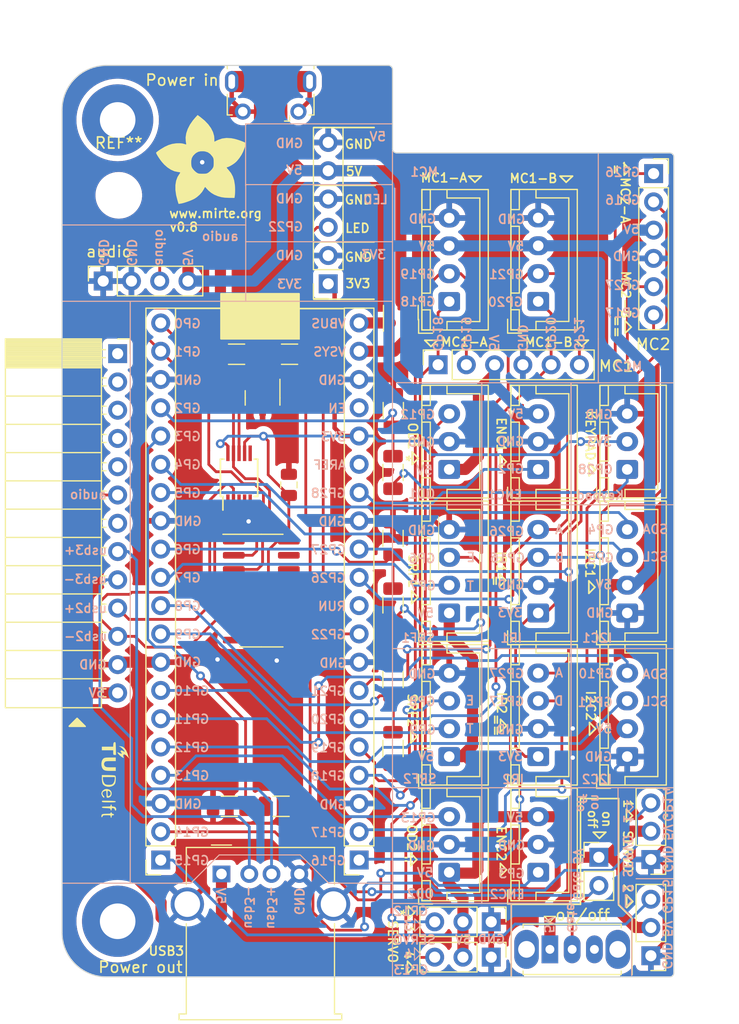
<source format=kicad_pcb>
(kicad_pcb (version 20221018) (generator pcbnew)
  (layers (0 "F.Cu" signal) (31 "B.Cu" signal) (34 "B.Paste" user) (35 "F.Paste" user) (36 "B.SilkS" user "B.Silkscreen") (37 "F.SilkS" user "F.Silkscreen") (38 "B.Mask" user) (39 "F.Mask" user) (44 "Edge.Cuts" user))
  (net 0 "")
  (net 1 "GND")
  (net 2 "GP22")
  (net 3 "GP26")
  (net 4 "GP27")
  (net 5 "GP28")
  (net 6 "D_GND")
  (net 7 "D+")
  (net 8 "GP16")
  (net 9 "GP17")
  (net 10 "GP18")
  (net 11 "GP19")
  (net 12 "GP20")
  (net 13 "GP21")
  (net 14 "RUN")
  (net 15 "3V3")
  (net 16 "EN")
  (net 17 "D-")
  (net 18 "VBUS")
  (net 19 "5V")
  (net 20 "GP4")
  (net 21 "GP5")
  (net 22 "GP15")
  (net 23 "GP14")
  (net 24 "GP13")
  (net 25 "GP12")
  (net 26 "GP11")
  (net 27 "GP10")
  (net 28 "GP9")
  (net 29 "GP8")
  (net 30 "GP7")
  (net 31 "GP6")
  (net 32 "GP3")
  (net 33 "GP2")
  (net 34 "GP1")
  (net 35 "GP0")
  (net 36 "lineoutl")
  (net 40 "usb-dm3")
  (net 41 "usb-dp3")
  (net 48 "Net-(Q2-G)")
  (net 50 "ENC2")
  (net 51 "ENC1")
  (net 52 "ECHO1")
  (net 53 "ECHO2")
  (net 54 "Gate_V")
  (net 62 "VSYS")
  (net 66 "AREF")
  (footprint "Resistor_SMD:R_1206_3216Metric" (layer "F.Cu") (at 120.45 76.05)
    (fp_text reference "R2")
    (fp_text value "330")
  )
  (footprint "Connector_JST:JST_XH_B3B-XH-A_1x03_P2.50mm_Vertical" (layer "F.Cu") (at 134.8 122.6 90)
    (fp_text reference "J9")
    (fp_text value "IR Object Detector 2")
  )
  (footprint "Package_SO:MSOP-10_3x3mm_P0.5mm" (layer "F.Cu") (at 115.91 87.15 90)
    (fp_text reference "U2")
    (fp_text value "CH340E")
  )
  (footprint "Resistor_SMD:R_1206_3216Metric" (layer "F.Cu") (at 129.75 111.475 90)
    (fp_text reference "R7")
    (fp_text value "4.7k")
  )
  (footprint "Package_TO_SOT_SMD:SOT-23" (layer "F.Cu") (at 130.45 72.31 90)
    (fp_text reference "Q1" hide)
    (fp_text value "DMG2305UX")
  )
  (footprint "Resistor_SMD:R_1206_3216Metric" (layer "F.Cu") (at 115.0358 116.6678)
    (fp_text reference "R8")
    (fp_text value "10k")
  )
  (footprint "Resistor_SMD:R_1206_3216Metric" (layer "F.Cu") (at 119.69 116.67 180)
    (fp_text reference "R9")
    (fp_text value "4.7k")
  )
  (footprint "MountingHole:MountingHole_3.2mm_M3_Pad" (layer "F.Cu") (at 105 127)
    (fp_text reference "REF**")
    (fp_text value "MountingHole_3.2mm_M3_Pad")
  )
  (footprint "Connector_PinSocket_2.54mm:PinSocket_1x20_P2.54mm_Vertical" (layer "F.Cu") (at 108.871 121.5 180)
    (fp_text reference "J4")
    (fp_text value "Conn_01x20_Female")
  )
  (footprint "Capacitor_SMD:C_0805_2012Metric" (layer "F.Cu") (at 120.39 87.79 -90)
    (fp_text reference "C1")
    (fp_text value "0.1u")
  )
  (footprint "Connector_PinHeader_2.54mm:PinHeader_1x03_P2.54mm_Vertical" (layer "F.Cu") (at 138.575 127.05 -90)
    (fp_text reference "J1")
    (fp_text value "Servo3")
  )
  (footprint "Connector_JST:JST_XH_B4B-XH-A_1x04_P2.50mm_Vertical" (layer "F.Cu") (at 142.8 112.2 90)
    (fp_text reference "J14")
    (fp_text value "IR2")
  )
  (footprint "Connector_JST:JST_XH_B4B-XH-A_1x04_P2.50mm_Vertical" (layer "F.Cu") (at 142.8 99.3 90)
    (fp_text reference "J10")
    (fp_text value "IR1")
  )
  (footprint "Resistor_SMD:R_1206_3216Metric" (layer "F.Cu") (at 129.75 92.6 -90)
    (fp_text reference "R4")
    (fp_text value "10k")
  )
  (footprint "Connector_JST:JST_XH_B3B-XH-A_1x03_P2.50mm_Vertical" (layer "F.Cu") (at 134.8 86.4 90)
    (fp_text reference "J12")
    (fp_text value "IR Object Detector 1")
  )
  (footprint "Connector_JST:JST_XH_B4B-XH-A_1x04_P2.50mm_Vertical" (layer "F.Cu") (at 142.8 71.304 90)
    (fp_text reference "J24")
    (fp_text value "MC1-B")
  )
  (footprint "Connector_PinSocket_2.54mm:PinSocket_1x06_P2.54mm_Vertical" (layer "F.Cu") (at 153.17 59.82)
    (fp_text reference "J18")
    (fp_text value "MC2")
  )
  (footprint "graphics:mirte_logo_8mm" (layer "F.Cu") (at 112.5 58.575 -90)
    (fp_text reference "G***")
    (fp_text value "LOGO" hide)
  )
  (footprint "Package_TO_SOT_SMD:SOT-23" (layer "F.Cu") (at 118.025 79.975 -90)
    (fp_text reference "Q2")
    (fp_text value "DMN2050L")
  )
  (footprint "Connector_PinHeader_2.54mm:PinHeader_1x03_P2.54mm_Vertical" (layer "F.Cu") (at 152.925 121.45 180)
    (fp_text reference "J19")
    (fp_text value "Servo1")
  )
  (footprint "Connector_PinSocket_2.54mm:PinSocket_1x20_P2.54mm_Vertical" (layer "F.Cu") (at 126.7014 121.5 180)
    (fp_text reference "J2")
    (fp_text value "Conn_01x20_Female")
  )
  (footprint "Connector_JST:JST_XH_B3B-XH-A_1x03_P2.50mm_Vertical" (layer "F.Cu") (at 142.8 122.6 90)
    (fp_text reference "J21")
    (fp_text value "ENC2")
  )
  (footprint "Connector_JST:JST_XH_B3B-XH-A_1x03_P2.50mm_Vertical" (layer "F.Cu") (at 150.8 86.4 90)
    (fp_text reference "J7")
    (fp_text value "Keypad")
  )
  (footprint "Connector_PinHeader_2.54mm:PinHeader_1x03_P2.54mm_Vertical" (layer "F.Cu") (at 138.575 130.225 -90)
    (fp_text reference "J3")
    (fp_text value "Servo4")
  )
  (footprint "Connector_JST:JST_XH_B4B-XH-A_1x04_P2.50mm_Vertical" (layer "F.Cu") (at 134.8 112.2 90)
    (fp_text reference "J25")
    (fp_text value "SRF2")
  )
  (footprint "Connector_JST:JST_XH_B4B-XH-A_1x04_P2.50mm_Vertical" (layer "F.Cu") (at 134.8 71.314 90)
    (fp_text reference "J23" hide)
    (fp_text value "MC1-A")
  )
  (footprint "Connector_JST:JST_XH_B4B-XH-A_1x04_P2.50mm_Vertical" (layer "F.Cu") (at 150.8 112.2 90)
    (fp_text reference "J28")
    (fp_text value "I2C2")
  )
  (footprint "Connector_PinHeader_2.54mm:PinHeader_1x02_P2.54mm_Vertical" (layer "F.Cu") (at 148.25 121.25)
    (fp_text reference "J37")
    (fp_text value "on/off" hide)
  )
  (footprint "Connector_JST:JST_XH_B4B-XH-A_1x04_P2.50mm_Vertical" (layer "F.Cu") (at 150.8 99.3 90)
    (fp_text reference "J30")
    (fp_text value "I2C1")
  )
  (footprint "Package_SO:SOIC-16_3.9x9.9mm_P1.27mm" (layer "F.Cu") (at 117.91 97.29)
    (fp_text reference "U1")
    (fp_text value "CH340C")
  )
  (footprint "Resistor_SMD:R_1206_3216Metric" (layer "F.Cu") (at 129.75 105.275 -90)
    (fp_text reference "R6")
    (fp_text value "10k")
  )
  (footprint "Resistor_SMD:R_1206_3216Metric" (layer "F.Cu") (at 129.775 81.1125 -90)
    (fp_text reference "R11")
    (fp_text value "10k")
  )
  (footprint "Connector_PinSocket_2.54mm:PinSocket_1x13_P2.54mm_Horizontal" (layer "F.Cu") (at 105 76)
    (fp_text reference "J11")
    (fp_text value "Conn_01x13_Female")
  )
  (footprint "Connector_JST:JST_XH_B3B-XH-A_1x03_P2.50mm_Vertical" (layer "F.Cu") (at 142.8 86.4 90)
    (fp_text reference "J26")
    (fp_text value "ENC1")
  )
  (footprint "MountingHole:MountingHole_3.7mm" (layer "F.Cu") (at 105.1 61.77)
    (fp_text reference "REF**")
    (fp_text value "MountingHole_3.7mm")
  )
  (footprint "Resistor_SMD:R_1206_3216Metric" (layer "F.Cu") (at 129.75 86.675 90)
    (fp_text reference "R10")
    (fp_text value "4.7k")
  )
  (footprint "Resistor_SMD:R_1206_3216Metric" (layer "F.Cu") (at 115.6875 76.05)
    (fp_text reference "R3")
    (fp_text value "10k")
  )
  (footprint "graphics:tudelft_logo_10mm" (layer "F.Cu") (at 104.275 114.325 -90)
    (fp_text reference "G***")
    (fp_text value "LOGO" hide)
  )
  (footprint "Button_Switch_THT:SW_Slide_1P2T_CK_OS102011MS2Q" (layer "F.Cu") (at 143.85 129.525)
    (fp_text reference "SW1")
    (fp_text value "on/off")
  )
  (footprint "Connector_PinSocket_2.54mm:PinSocket_1x06_P2.54mm_Vertical" (layer "F.Cu") (at 133.8 77 90)
    (fp_text reference "J17")
    (fp_text value "MC1")
  )
  (footprint "Connector_USB:USB_Micro-B_Molex-105017-0001" (layer "F.Cu") (at 118.75 52.7875 180)
    (fp_text reference "J34")
    (fp_text value "Power in")
  )
  (footprint "Connector_USB:USB_A_Molex_67643_Horizontal" (layer "F.Cu") (at 114.33 122.75)
    (fp_text reference "J35")
    (fp_text value "Power out")
  )
  (footprint "MountingHole:MountingHole_3.2mm_M3_Pad" (layer "F.Cu") (at 105 55)
    (fp_text reference "REF**")
    (fp_text value "MountingHole_3.2mm_M3_Pad")
  )
  (footprint "Connector_JST:JST_XH_B4B-XH-A_1x04_P2.50mm_Vertical" (layer "F.Cu") (at 134.8 99.3 90)
    (fp_text reference "J20")
    (fp_text value "SRF1")
  )
  (footprint "Connector_PinSocket_2.54mm:PinSocket_1x06_P2.54mm_Vertical" (layer "F.Cu") (at 123.925 69.7214 180)
    (fp_text reference "J8")
    (fp_text value "Conn_01x06_Female")
  )
  (footprint "Connector_PinSocket_2.54mm:PinSocket_1x04_P2.54mm_Vertical" (layer "F.Cu") (at 103.7 69.475 90)
    (fp_text reference "J33")
    (fp_text value "line out left")
  )
  (footprint "Resistor_SMD:R_1206_3216Metric" (layer "F.Cu") (at 129.75 98.575 90)
    (fp_text reference "R5")
    (fp_text value "4.7k")
  )
  (footprint "Connector_PinHeader_2.54mm:PinHeader_1x03_P2.54mm_Vertical" (layer "F.Cu") (at 152.925 130.1 180)
    (fp_text reference "J27")
    (fp_text value "Servo2")
  )
  (gr_line (start 116.51 60.81) (end 116.51 64.475) (stroke (width 0.1)) (layer "B.SilkS"))
  (gr_line (start 111.56 123.58) (end 100.06 123.58) (stroke (width 0.1)) (layer "B.SilkS"))
  (gr_line (start 106.13 71.35) (end 106.13 123.53) (stroke (width 0.1)) (layer "B.SilkS"))
  (gr_line (start 148.2 74.69) (end 148.2 58.06) (stroke (width 0.1)) (layer "B.SilkS"))
  (gr_line (start 129.7 131.975) (end 129.7 57.75) (stroke (width 0.1)) (layer "B.SilkS"))
  (gr_line (start 154.9375 102.5) (end 129.7125 102.5) (stroke (width 0.1)) (layer "B.SilkS"))
  (gr_line (start 116.5 55.35) (end 116.5 60.9) (stroke (width 0.1)) (layer "B.SilkS"))
  (gr_line (start 123.97 123.58) (end 121.41 121.04) (stroke (width 0.1)) (layer "B.SilkS"))
  (gr_line (start 145.75 78.625) (end 145.75 125.4) (stroke (width 0.11)) (layer "B.SilkS"))
  (gr_line (start 150.635 124.61) (end 150.635 125.735) (stroke (width 0.1)) (layer "B.SilkS"))
  (gr_line (start 100 71.294) (end 129.7 71.294) (stroke (width 0.1)) (layer "B.SilkS"))
  (gr_line (start 132.225 129.95) (end 131.675 129.375) (stroke (width 0.1)) (layer "B.SilkS"))
  (gr_line (start 116.51 65.94) (end 129.7 65.94) (stroke (width 0.1)) (layer "B.SilkS"))
  (gr_line (start 131.7 126.775) (end 131.7 127.9) (stroke (width 0.1)) (layer "B.SilkS"))
  (gr_line (start 145.75 125.4) (end 129.75 125.4) (stroke (width 0.1)) (layer "B.SilkS"))
  (gr_line (start 132.25 127.35) (end 131.7 126.775) (stroke (width 0.1)) (layer "B.SilkS"))
  (gr_line (start 148.2 78.62) (end 130.105 78.605) (stroke (width 0.1)) (layer "B.SilkS"))
  (gr_line (start 116.51 71.294) (end 116.51 64.436) (stroke (width 0.1)) (layer "B.SilkS"))
  (gr_line (start 121.41 121.04) (end 114.13 121.04) (stroke (width 0.1)) (layer "B.SilkS"))
  (gr_line (start 148.2 74.67) (end 148.2 78.62) (stroke (width 0.1)) (layer "B.SilkS"))
  (gr_line (start 150.775 117.275) (end 151.325 116.725) (stroke (width 0.1)) (layer "B.SilkS"))
  (gr_line (start 116.51 64.436) (end 100 64.436) (stroke (width 0.1)) (layer "B.SilkS"))
  (gr_line (start 137.725 78.6) (end 137.725 125.4) (stroke (width 0.11)) (layer "B.SilkS"))
  (gr_line (start 151.325 116.725) (end 150.775 116.15) (stroke (width 0.1)) (layer "B.SilkS"))
  (gr_line (start 151.2 131.875) (end 151.2 126.625) (stroke (width 0.1)) (layer "B.SilkS"))
  (gr_line (start 150.635 125.735) (end 151.185 125.185) (stroke (width 0.1)) (layer "B.SilkS"))
  (gr_line (start 129.7 60.81) (end 116.51 60.81) (stroke (width 0.1)) (layer "B.SilkS"))
  (gr_line (start 131.675 129.375) (end 131.675 130.5) (stroke (width 0.1)) (layer "B.SilkS"))
  (gr_line (start 149.975 125.4) (end 149.975 115.075) (stroke (width 0.1)) (layer "B.SilkS"))
  (gr_line (start 154.92 78.62) (end 148.2 78.62) (stroke (width 0.1)) (layer "B.SilkS"))
  (gr_line (start 131.7 127.9) (end 132.25 127.35) (stroke (width 0.1)) (layer "B.SilkS"))
  (gr_line (start 123.97 123.58) (end 129.64 123.58) (stroke (width 0.1)) (layer "B.SilkS"))
  (gr_line (start 150.775 116.15) (end 150.775 117.275) (stroke (width 0.1)) (layer "B.SilkS"))
  (gr_line (start 151.2 126.625) (end 149.975 125.4) (stroke (width 0.1)) (layer "B.SilkS"))
  (gr_line (start 131.675 130.5) (end 132.225 129.95) (stroke (width 0.1)) (layer "B.SilkS"))
  (gr_line (start 140.375 125.475) (end 140.375 131.9) (stroke (width 0.1)) (layer "B.SilkS"))
  (gr_line (start 154.9625 89.575) (end 129.7375 89.575) (stroke (width 0.1)) (layer "B.SilkS"))
  (gr_line (start 151.185 125.185) (end 150.635 124.61) (stroke (width 0.1)) (layer "B.SilkS"))
  (gr_line (start 114.13 121.04) (end 111.56 123.59) (stroke (width 0.1)) (layer "B.SilkS"))
  (gr_line (start 154.95 115) (end 129.725 115) (stroke (width 0.1)) (layer "B.SilkS"))
  (gr_line (start 129.69 55.35) (end 116.5 55.35) (stroke (width 0.1)) (layer "B.SilkS"))
  (gr_line (start 154.95 123.175) (end 151.6 123.175) (stroke (width 0.1)) (layer "B.SilkS"))
  (gr_line (start 144.7604 60.0482) (end 145.3104 60.5982) (stroke (width 0.15)) (layer "F.SilkS"))
  (gr_line (start 151.275 117.5125) (end 150.725 116.9375) (stroke (width 0.15)) (layer "F.SilkS"))
  (gr_line (start 139.925 85.7) (end 139.375 85.125) (stroke (width 0.15)) (layer "F.SilkS"))
  (gr_line (start 150.61 74.165) (end 151.16 73.615) (stroke (width 0.15)) (layer "F.SilkS"))
  (gr_line (start 150.025 125.525) (end 151.225 126.725) (stroke (width 0.15)) (layer "F.SilkS"))
  (gr_line (start 139.95 122.375) (end 139.4 121.8) (stroke (width 0.15)) (layer "F.SilkS"))
  (gr_line (start 133.85 90.65) (end 133.85 95.45) (stroke (width 0.08)) (layer "F.SilkS"))
  (gr_line (start 122.62 71.11) (end 128.04 71.11) (stroke (width 0.15)) (layer "F.SilkS"))
  (gr_line (start 139.885 96.37) (end 139.335 95.795) (stroke (width 0.15)) (layer "F.SilkS"))
  (gr_line (start 150.025 115.975) (end 150.025 125.525) (stroke (width 0.15)) (layer "F.SilkS"))
  (gr_line (start 139.375 85.125) (end 139.375 86.25) (stroke (width 0.15)) (layer "F.SilkS"))
  (gr_line (start 139.41 108.85) (end 139.41 109.975) (stroke (width 0.15)) (layer "F.SilkS"))
  (gr_line (start 146.6 115.975) (end 150.025 115.975) (stroke (width 0.15)) (layer "F.SilkS"))
  (gr_line (start 147.75 119) (end 148.3 119.55) (stroke (width 0.15)) (layer "F.SilkS"))
  (gr_line (start 131.05 131.7125) (end 131.6 131.1625) (stroke (width 0.15)) (layer "F.SilkS"))
  (gr_line (start 122.63 65.96) (end 128.05 65.96) (stroke (width 0.15)) (layer "F.SilkS"))
  (gr_line (start 131.13 126.765) (end 131.68 126.215) (stroke (width 0.15)) (layer "F.SilkS"))
  (gr_line (start 150.53 58.83) (end 150.53 59.955) (stroke (width 0.15)) (layer "F.SilkS"))
  (gr_line (start 137.1096 60.599) (end 137.6846 60.049) (stroke (width 0.15)) (layer "F.SilkS"))
  (gr_line (start 147.41 110.265) (end 147.96 109.715) (stroke (width 0.15)) (layer "F.SilkS"))
  (gr_line (start 131.89 121.46) (end 131.34 120.885) (stroke (width 0.15)) (layer "F.SilkS"))
  (gr_line (start 139.335 95.795) (end 139.335 96.92) (stroke (width 0.15)) (layer "F.SilkS"))
  (gr_line (start 150.725 116.9375) (end 150.725 118.0625) (stroke (width 0.15)) (layer "F.SilkS"))
  (gr_line (start 139.335 96.92) (end 139.885 96.37) (stroke (width 0.15)) (layer "F.SilkS"))
  (gr_line (start 150.75 124.65) (end 150.75 125.775) (stroke (width 0.15)) (layer "F.SilkS"))
  (gr_line (start 140.375 125.475) (end 140.375 131.9) (stroke (width 0.15)) (layer "F.SilkS"))
  (gr_poly (pts (xy 101.355 108.775) (xy 102.055 109.475) (xy 100.655 109.475)) (stroke (width 0.15)) (fill solid) (layer "F.SilkS"))
  (gr_line (start 137.6846 60.049) (end 136.5596 60.049) (stroke (width 0.15)) (layer "F.SilkS"))
  (gr_poly (pts (xy 121.3 74.66) (xy 114.29 74.66) (xy 114.29 70.62) (xy 121.3 70.62)) (stroke (width 0.15)) (fill solid) (layer "F.SilkS"))
  (gr_line (start 110.25 71.925) (end 114.25 71.925) (stroke (width 0.15)) (layer "F.SilkS"))
  (gr_line (start 121.3 71.95) (end 125.3 71.95) (stroke (width 0.15)) (layer "F.SilkS"))
  (gr_line (start 131.47 85.955) (end 132.02 85.405) (stroke (width 0.15)) (layer "F.SilkS"))
  (gr_line (start 147.375 85.85) (end 147.375 86.975) (stroke (width 0.15)) (layer "F.SilkS"))
  (gr_line (start 133.735 74.8) (end 132.61 74.8) (stroke (width 0.15)) (layer "F.SilkS"))
  (gr_line (start 122.73 60.87) (end 128.15 60.87) (stroke (width 0.15)) (layer "F.SilkS"))
  (gr_line (start 147.41 109.14) (end 147.41 110.265) (stroke (width 0.15)) (layer "F.SilkS"))
  (gr_line (start 151.16 73.615) (end 150.61 73.04) (stroke (width 0.15)) (layer "F.SilkS"))
  (gr_line (start 151.225 126.725) (end 151.225 131.8) (stroke (width 0.15)) (layer "F.SilkS"))
  (gr_line (start 147.9 96.985) (end 147.35 96.41) (stroke (width 0.15)) (layer "F.SilkS"))
  (gr_line (start 147.35 97.535) (end 147.9 96.985) (stroke (width 0.15)) (layer "F.SilkS"))
  (gr_line (start 146.18 74.79) (end 146.73 75.34) (stroke (width 0.15)) (layer "F.SilkS"))
  (gr_line (start 131.47 84.83) (end 131.47 85.955) (stroke (width 0.15)) (layer "F.SilkS"))
  (gr_line (start 146.6 125.475) (end 140.375 125.475) (stroke (width 0.15)) (layer "F.SilkS"))
  (gr_line (start 131.34 122.01) (end 131.89 121.46) (stroke (width 0.15)) (layer "F.SilkS"))
  (gr_line (start 139.4 121.8) (end 139.4 122.925) (stroke (width 0.15)) (layer "F.SilkS"))
  (gr_line (start 146.6 115.975) (end 146.6 125.475) (stroke (width 0.15)) (layer "F.SilkS"))
  (gr_line (start 151.03 59.455) (end 150.48 58.88) (stroke (width 0.15)) (layer "F.SilkS"))
  (gr_line (start 132.02 85.405) (end 131.47 84.83) (stroke (width 0.15)) (layer "F.SilkS"))
  (gr_line (start 133.16 75.35) (end 133.735 74.8) (stroke (width 0.15)) (layer "F.SilkS"))
  (gr_line (start 122.63 55.68) (end 128.05 55.68) (stroke (width 0.15)) (layer "F.SilkS"))
  (gr_line (start 131.13 125.64) (end 131.13 126.765) (stroke (width 0.15)) (layer "F.SilkS"))
  (gr_line (start 131.35 109.85) (end 131.35 110.975) (stroke (width 0.15)) (layer "F.SilkS"))
  (gr_line (start 147.375 86.975) (end 147.925 86.425) (stroke (width 0.15)) (layer "F.SilkS"))
  (gr_line (start 131.425 97.325) (end 131.425 98.45) (stroke (width 0.15)) (layer "F.SilkS"))
  (gr_line (start 131.35 110.975) (end 131.9 110.425) (stroke (width 0.15)) (layer "F.SilkS"))
  (gr_line (start 148.3 119.55) (end 148.875 119) (stroke (width 0.15)) (layer "F.SilkS"))
  (gr_line (start 145.8854 60.0482) (end 144.7604 60.0482) (stroke (width 0.15)) (layer "F.SilkS"))
  (gr_line (start 150.75 125.775) (end 151.3 125.225) (stroke (width 0.15)) (layer "F.SilkS"))
  (gr_line (start 148.875 119) (end 147.75 119) (stroke (width 0.15)) (layer "F.SilkS"))
  (gr_line (start 131.6 131.1625) (end 131.05 130.5875) (stroke (width 0.15)) (layer "F.SilkS"))
  (gr_line (start 139.4 122.925) (end 139.95 122.375) (stroke (width 0.15)) (layer "F.SilkS"))
  (gr_line (start 147.35 96.41) (end 147.35 97.535) (stroke (width 0.15)) (layer "F.SilkS"))
  (gr_line (start 132.61 74.8) (end 133.16 75.35) (stroke (width 0.15)) (layer "F.SilkS"))
  (gr_line (start 139.96 109.425) (end 139.41 108.85) (stroke (width 0.15)) (layer "F.SilkS"))
  (gr_line (start 131.34 120.885) (end 131.34 122.01) (stroke (width 0.15)) (layer "F.SilkS"))
  (gr_line (start 131.9 110.425) (end 131.35 109.85) (stroke (width 0.15)) (layer "F.SilkS"))
  (gr_line (start 136.5596 60.049) (end 137.1096 60.599) (stroke (width 0.15)) (layer "F.SilkS"))
  (gr_line (start 150.725 118.0625) (end 151.275 117.5125) (stroke (width 0.15)) (layer "F.SilkS"))
  (gr_line (start 150.53 59.955) (end 151.08 59.405) (stroke (width 0.15)) (layer "F.SilkS"))
  (gr_line (start 145.3104 60.5982) (end 145.8854 60.0482) (stroke (width 0.15)) (layer "F.SilkS"))
  (gr_line (start 150.61 73.04) (end 150.61 74.165) (stroke (width 0.15)) (layer "F.SilkS"))
  (gr_line (start 147.305 74.79) (end 146.18 74.79) (stroke (width 0.15)) (layer "F.SilkS"))
  (gr_line (start 131.975 97.9) (end 131.425 97.325) (stroke (width 0.15)) (layer "F.SilkS"))
  (gr_line (start 146.73 75.34) (end 147.305 74.79) (stroke (width 0.15)) (layer "F.SilkS"))
  (gr_line (start 139.375 86.25) (end 139.925 85.7) (stroke (width 0.15)) (layer "F.SilkS"))
  (gr_line (start 131.05 130.5875) (end 131.05 131.7125) (stroke (width 0.15)) (layer "F.SilkS"))
  (gr_line (start 147.96 109.715) (end 147.41 109.14) (stroke (width 0.15)) (layer "F.SilkS"))
  (gr_line (start 131.68 126.215) (end 131.13 125.64) (stroke (width 0.15)) (layer "F.SilkS"))
  (gr_line (start 147.925 86.425) (end 147.375 85.85) (stroke (width 0.15)) (layer "F.SilkS"))
  (gr_line (start 151.3 125.225) (end 150.75 124.65) (stroke (width 0.15)) (layer "F.SilkS"))
  (gr_line (start 131.425 98.45) (end 131.975 97.9) (stroke (width 0.15)) (layer "F.SilkS"))
  (gr_line (start 139.41 109.975) (end 139.96 109.425) (stroke (width 0.15)) (layer "F.SilkS"))
  (gr_line (start 104 50.1) (end 129.337 50.100408) (stroke (width 0.1)) (layer "Edge.Cuts"))
  (gr_arc (start 154.61 57.959) (mid 154.879408 58.070592) (end 154.991 58.34) (stroke (width 0.1)) (layer "Edge.Cuts"))
  (gr_line (start 129.702592 50.466) (end 129.702592 57.578) (stroke (width 0.1)) (layer "Edge.Cuts"))
  (gr_line (start 154.991 58.34) (end 154.991 131.619) (stroke (width 0.1)) (layer "Edge.Cuts"))
  (gr_arc (start 154.991 131.619) (mid 154.879408 131.888408) (end 154.61 132) (stroke (width 0.1)) (layer "Edge.Cuts"))
  (gr_arc (start 129.337 50.100408) (mid 129.595513 50.207487) (end 129.702592 50.466) (stroke (width 0.1)) (layer "Edge.Cuts"))
  (gr_line (start 100 128) (end 100 54.1) (stroke (width 0.1)) (layer "Edge.Cuts"))
  (gr_line (start 154.61 57.959) (end 130.099 57.959) (stroke (width 0.1)) (layer "Edge.Cuts"))
  (gr_arc (start 130.079408 57.959) (mid 129.81 57.847408) (end 129.698408 57.578) (stroke (width 0.1)) (layer "Edge.Cuts"))
  (gr_line (start 154.61 132) (end 104 132) (stroke (width 0.1)) (layer "Edge.Cuts"))
  (gr_arc (start 104 132) (mid 101.171573 130.828427) (end 100 128) (stroke (width 0.1)) (layer "Edge.Cuts"))
  (gr_arc (start 100 54.1) (mid 101.171573 51.271573) (end 104 50.1) (stroke (width 0.1)) (layer "Edge.Cuts"))
  (gr_text "IR2" (at 140.55 114.25) (layer "B.SilkS") (effects (font (size 0.8 0.8)) (justify mirror)))
  (gr_text "GND" (at 101.45 103.95) (layer "B.SilkS") (effects (font (size 0.8 0.8)) (justify right mirror)))
  (gr_text "A" (at 144.675 91.8) (layer "B.SilkS") (effects (font (size 0.8 0.8)) (justify mirror)))
  (gr_text "GND" (at 131 91.875) (layer "B.SilkS") (effects (font (size 0.8 0.8)) (justify right mirror)))
  (gr_text "5V" (at 149.525 109.7) (layer "B.SilkS") (effects (font (size 0.8 0.8)) (justify left mirror)))
  (gr_text "SERVO" (at 129.675 128.675) (layer "B.SilkS") (effects (font (size 0.8 0.8)) (justify right mirror)))
  (gr_text "GND" (at 139.025 96.775) (layer "B.SilkS") (effects (font (size 0.8 0.8)) (justify right mirror)))
  (gr_text "OD1" (at 132.325 88.6) (layer "B.SilkS") (effects (font (size 0.8 0.8)) (justify mirror)))
  (gr_text "GND" (at 130.975 83.95) (layer "B.SilkS") (effects (font (size 0.8 0.8)) (justify right mirror)))
  (gr_text "GND\n" (at 154.37 131.42 270) (layer "B.SilkS") (effects (font (size 0.8 0.8)) (justify left mirror)))
  (gr_text "5V" (at 129.2 56.5) (layer "B.SilkS") (effects (font (size 0.8 0.8)) (justify left mirror)))
  (gr_text "5V" (at 138.8 75.85 270) (layer "B.SilkS") (effects (font (size 0.8 0.8)) (justify left mirror)))
  (gr_text "GP13" (at 110 113.92) (layer "B.SilkS") (effects (font (size 0.8 0.8)) (justify right mirror)))
  (gr_text "GP17" (at 138.3 107.25) (layer "B.SilkS") (effects (font (size 0.8 0.8)) (justify right mirror)))
  (gr_text "I2C2" (at 148.075 114.25) (layer "B.SilkS") (effects (font (size 0.8 0.8)) (justify mirror)))
  (gr_text "GND" (at 130.975 120.225) (layer "B.SilkS") (effects (font (size 0.8 0.8)) (justify right mirror)))
  (gr_text "E" (at 136.675 107.175) (layer "B.SilkS") (effects (font (size 0.8 0.8)) (justify mirror)))
  (gr_text "5V" (at 154.42 119.85 270) (layer "B.SilkS") (effects (font (size 0.8 0.8)) (justify left mirror)))
  (gr_text "on\noff" (at 147.34 115.46 270) (layer "B.SilkS") (effects (font (size 0.8 0.8)) (justify right mirror)))
  (gr_text "usb3+" (at 118.85 123.75 270) (layer "B.SilkS") (effects (font (size 0.8 0.8)) (justify right mirror)))
  (gr_text "GP16" (at 138.375 94.35) (layer "B.SilkS") (effects (font (size 0.8 0.8)) (justify right mirror)))
  (gr_text "SDA" (at 153.3 104.8) (layer "B.SilkS") (effects (font (size 0.8 0.8)) (justify mirror)))
  (gr_text "3V3" (at 149.5 83.925) (layer "B.SilkS") (effects (font (size 0.8 0.8)) (justify left mirror)))
  (gr_text "GND" (at 141.39 73.28 270) (layer "B.SilkS") (effects (font (size 0.8 0.8)) (justify right mirror)))
  (gr_text "GP9" (at 110 101.22) (layer "B.SilkS") (effects (font (size 0.8 0.8)) (justify right mirror)))
  (gr_text "GP14" (at 154.42 118.16 270) (layer "B.SilkS") (effects (font (size 0.8 0.8)) (justify left mirror)))
  (gr_text "GND" (at 110 91.06) (layer "B.SilkS") (effects (font (size 0.8 0.8)) (justify right mirror)))
  (gr_text "VBUS" (at 125.6 73.3) (layer "B.SilkS") (effects (font (size 0.8 0.8)) (justify left mirror)))
  (gr_text "A" (at 144.675 104.675) (layer "B.SilkS") (effects (font (size 0.8 0.8)) (justify mirror)))
  (gr_text "LED" (at 128.194 62.15) (layer "B.SilkS") (effects (font (size 0.8 0.8)) (justify mirror)))
  (gr_text "GP20" (at 125.6 108.86) (layer "B.SilkS") (effects (font (size 0.8 0.8)) (justify left mirror)))
  (gr_text "GP26" (at 138.3 91.975) (layer "B.SilkS") (effects (font (size 0.8 0.8)) (justify right mirror)))
  (gr_text "audio" (at 100.625 88.65) (layer "B.SilkS") (effects (font (size 0.8 0.8)) (justify right mirror)))
  (gr_text "GND" (at 106.25 65.6 270) (layer "B.SilkS") (effects (font (size 0.8 0.8)) (justify right mirror)))
  (gr_text "usb3+" (at 100.09 93.66) (layer "B.SilkS") (effects (font (size 0.8 0.8)) (justify right mirror)))
  (gr_text "GND" (at 146.95 81.475) (layer "B.SilkS") (effects (font (size 0.8 0.8)) (justify right mirror)))
  (gr_text "GP14" (at 110 119) (layer "B.SilkS") (effects (font (size 0.8 0.8)) (justify right mirror)))
  (gr_text "T" (at 136.7 96.875) (layer "B.SilkS") (effects (font (size 0.8 0.8)) (justify mirror)))
  (gr_text "E" (at 136.75 94.3) (layer "B.SilkS") (effects (font (size 0.8 0.8)) (justify mirror)))
  (gr_text "GND" (at 110 78.38) (layer "B.SilkS") (effects (font (size 0.8 0.8)) (justify right mirror)))
  (gr_text "1" (at 150.875 117.325 270) (layer "B.SilkS") (effects (font (size 0.8 0.8)) (justify right mirror)))
  (gr_text "GND" (at 123.05 116.525) (layer "B.SilkS") (effects (font (size 0.8 0.8)) (justify right mirror)))
  (gr_text "5V" (at 133.45 122.625) (layer "B.SilkS") (effects (font (size 0.8 0.8)) (justify left mirror)))
  (gr_text "GP3" (at 139.12 122.71) (layer "B.SilkS") (effects (font (size 0.8 0.8)) (justify right mirror)))
  (gr_text "GP6" (at 110 93.6) (layer "B.SilkS") (effects (font (size 0.8 0.8)) (justify right mirror)))
  (gr_text "GP11" (at 149.575 107.325) (layer "B.SilkS") (effects (font (size 0.8 0.8)) (justify left mirror)))
  (gr_text "D" (at 144.65 107.2) (layer "B.SilkS") (effects (font (size 0.8 0.8)) (justify mirror)))
  (gr_text "GP27" (at 138.3 104.75) (layer "B.SilkS") (effects (font (size 0.8 0.8)) (justify right mirror)))
  (gr_text "RUN" (at 125.6 98.7) (layer "B.SilkS") (effects (font (size 0.8 0.8)) (justify left mirror)))
  (gr_text "IR1" (at 140.375 101.55) (layer "B.SilkS") (effects (font (size 0.8 0.8)) (justify mirror)))
  (gr_text "GP12" (at 110 111.38) (layer "B.SilkS") (effects (font (size 0.8 0.8)) (justify right mirror)))
  (gr_text "audio" (at 114.224 65.452) (layer "B.SilkS") (effects (font (size 0.8 0.8)) (justify mirror)))
  (gr_text "GP12" (at 130.3 81.475) (layer "B.SilkS") (effects (font (size 0.8 0.8)) (justify right mirror)))
  (gr_text "GP16" (at 152.05 62.2) (layer "B.SilkS") (effects (font (size 0.8 0.8)) (justify left mirror)))
  (gr_text "GP3" (at 110 83.44) (layer "B.SilkS") (effects (font (size 0.8 0.8)) (justify right mirror)))
  (gr_text "GND" (at 138.95 109.775) (layer "B.SilkS") (effects (font (size 0.8 0.8)) (justify right mirror)))
  (gr_text "GP4" (at 147.125 91.825) (layer "B.SilkS") (effects (font (size 0.8 0.8)) (justify right mirror)))
  (gr_text "GP5" (at 110 88.52) (layer "B.SilkS") (effects (font (size 0.8 0.8)) (justify right mirror)))
  (gr_text "VSYS" (at 125.6 75.84) (layer "B.SilkS") (effects (font (size 0.8 0.8)) (justify left mirror)))
  (gr_text "5V" (at 133.55 112.2) (layer "B.SilkS") (effects (font (size 0.8 0.8)) (justify left mirror)))
  (gr_text "3V3" (at 121.65 69.75) (layer "B.SilkS") (effects (font (size 0.8 0.8)) (justify left mirror)))
  (gr_text "5V" (at 141.575 81.425) (layer "B.SilkS") (effects (font (size 0.8 0.8)) (justify left mirror)))
  (gr_text "GP6" (at 131.075 94.4) (layer "B.SilkS") (effects (font (size 0.8 0.8)) (justify right mirror)))
  (gr_text "GP2" (at 139.05 86.35) (layer "B.SilkS") (effects (font (size 0.8 0.8)) (justify right mirror)))
  (gr_text "GP13" (at 129.7 131.375) (layer "B.SilkS") (effects (font (size 0.8 0.8)) (justify right mirror)))
  (gr_text "GP21" (at 146.45 75.9 270) (layer "B.SilkS") (effects (font (size 0.8 0.8)) (justify left mirror)))
  (gr_text "5V" (at 114.25 123.9 270) (layer "B.SilkS") (effects (font (size 0.8 0.8)) (justify right mirror)))
  (gr_text "GP19" (at 133.64 68.86) (layer "B.SilkS") (effects (font (size 0.8 0.8)) (justify left mirror)))
  (gr_text "GND" (at 109.95 103.725) (layer "B.SilkS") (effects (font (size 0.8 0.8)) (justify right mirror)))
  (gr_text "GP20" (at 143.9 75.9 270) (layer "B.SilkS") (effects (font (size 0.8 0.8)) (justify left mirror)))
  (gr_text "I2C1" (at 148.1 101.55) (layer "B.SilkS") (effects (font (size 0.8 0.8)) (justify mirror)))
  (gr_text "GP18" (at 125.6 113.94) (layer "B.SilkS") (effects (font (size 0.8 0.8)) (justify left mirror)))
  (gr_text "GP20" (at 141.52 71.36) (layer "B.SilkS") (effects (font (size 0.8 0.8)) (justify left mirror)))
  (gr_text "GP10" (at 110 106.3) (layer "B.SilkS") (effects (font (size 0.8 0.8)) (justify right mirror)))
  (gr_text "GP27" (at 152.05 69.85) (layer "B.SilkS") (effects (font (size 0.8 0.8)) (justify left mirror)))
  (gr_text "GND" (at 137.275 128.625) (layer "B.SilkS") (effects (font (size 0.8 0.8)) (justify right mirror)))
  (gr_text "GND" (at 123.05 103.8) (layer "B.SilkS") (effects (font (size 0.8 0.8)) (justify right mirror)))
  (gr_text "3V3" (at 141.475 99.275) (layer "B.SilkS") (effects (font (size 0.8 0.8)) (justify left mirror)))
  (gr_text "SDA" (at 153.325 91.775) (layer "B.SilkS") (effects (font (size 0.8 0.8)) (justify mirror)))
  (gr_text "GP26" (at 125.6 96.16) (layer "B.SilkS") (effects (font (size 0.8 0.8)) (justify left mirror)))
  (gr_text "usb2-" (at 100.1 101.4) (layer "B.SilkS") (effects (font (size 0.8 0.8)) (justify right mirror)))
  (gr_text "D" (at 144.7 94.325) (layer "B.SilkS") (effects (font (size 0.8 0.8)) (justify mirror)))
  (gr_text "usb3-" (at 116.825 123.725 270) (layer "B.SilkS") (effects (font (size 0.8 0.8)) (justify right mirror)))
  (gr_text "Gate" (at 146.36 125.23 270) (layer "B.SilkS") (effects (font (size 0.8 0.8)) (justify left mirror)))
  (gr_text "MC1" (at 132.55 59.675) (layer "B.SilkS") (effects (font (size 0.8 0.8)) (justify mirror)))
  (gr_text "GP7" (at 110 96.14) (layer "B.SilkS") (effects (font (size 0.8 0.8)) (justify right mirror)))
  (gr_text "SCL" (at 153.35 94.25) (layer "B.SilkS") (effects (font (size 0.8 0.8)) (justify mirror)))
  (gr_text "GND" (at 125.6 78.38) (layer "B.SilkS") (effects (font (size 0.8 0.8)) (justify left mirror)))
  (gr_text "GP15" (at 110 121.54) (layer "B.SilkS") (effects (font (size 0.8 0.8)) (justify right mirror)))
  (gr_text "GND" (at 119.125 57.1) (layer "B.SilkS") (effects (font (size 0.8 0.8)) (justify right mirror)))
  (gr_text "GP7" (at 131.125 96.85) (layer "B.SilkS") (effects (font (size 0.8 0.8)) (justify right mirror)))
  (gr_text "GP17" (at 125.6 119.02) (layer "B.SilkS") (effects (font (size 0.8 0.8)) (justify left mirror)))
  (gr_text "GP22" (at 121.75 64.6) (layer "B.SilkS") (effects (font (size 0.8 0.8)) (justify left mirror)))
  (gr_text "5V" (at 121.7 59.5) (layer "B.SilkS") (effects (font (size 0.8 0.8)) (justify left mirror)))
  (gr_text "GP28" (at 125.6 88.54) (layer "B.SilkS") (effects (font (size 0.8 0.8)) (justify left mirror)))
  (gr_text "GP21" (at 125.6 106.32) (layer "B.SilkS") (effects (font (size 0.8 0.8)) (justify left mirror)))
  (gr_text "GP11" (at 110 108.84) (layer "B.SilkS") (effects (font (size 0.8 0.8)) (justify right mirror)))
  (gr_text "5V" (at 149.525 96.75) (layer "B.SilkS") (effects (font (size 0.8 0.8)) (justify left mirror)))
  (gr_text "GP0" (at 110 73.3) (layer "B.SilkS") (effects (font (size 0.8 0.8)) (justify right mirror)))
  (gr_text "GP13" (at 130.35 117.7) (layer "B.SilkS") (effects (font (size 0.8 0.8)) (justify right mirror)))
  (gr_text "GP27" (at 125.6 93.62) (layer "B.SilkS") (effects (font (size 0.8 0.8)) (justify left mirror)))
  (gr_text "GND" (at 139 83.9) (layer "B.SilkS") (effects (font (size 0.8 0.8)) (justify right mirror)))
  (gr_text "5V" (at 103.95 106.475) (layer "B.SilkS") (effects (font (size 0.8 0.8)) (justify left mirror)))
  (gr_text "GND" (at 125.6 91.08) (layer "B.SilkS") (effects (font (size 0.8 0.8)) (justify left mirror)))
  (gr_text "GND" (at 152.05 67.25) (layer "B.SilkS") (effects (font (size 0.8 0.8)) (justify left mirror)))
  (gr_text "GND" (at 119.125 67.175) (layer "B.SilkS") (effects (font (size 0.8 0.8)) (justify right mirror)))
  (gr_text "T" (at 136.675 109.7) (layer "B.SilkS") (effects (font (size 0.8 0.8)) (justify mirror)))
  (gr_text "GP22" (at 125.6 101.24) (layer "B.SilkS") (effects (font (size 0.8 0.8)) (justify left mirror)))
  (gr_text "GND" (at 146.9 112.225) (layer "B.SilkS") (effects (font (size 0.8 0.8)) (justify right mirror)))
  (gr_text "GP21" (at 141.6 68.88) (layer "B.SilkS") (effects (font (size 0.8 0.8)) (justify left mirror)))
  (gr_text "GP17" (at 152.05 72.35) (layer "B.SilkS") (effects (font (size 0.8 0.8)) (justify left mirror)))
  (gr_text "GP19" (at 125.6 111.4) (layer "B.SilkS") (effects (font (size 0.8 0.8)) (justify left mirror)))
  (gr_text "OD2" (at 132.225 124.525) (layer "B.SilkS") (effects (font (size 0.8 0.8)) (justify mirror)))
  (gr_text "GND" (at 139.075 120.175) (layer "B.SilkS") (effects (font (size 0.8 0.8)) (justify right mirror)))
  (gr_text "GP2" (at 110 80.9) (layer "B.SilkS") (effects (font (size 0.8 0.8)) (justify right mirror)))
  (gr_text "usb3-" (at 100.06 96.26) (layer "B.SilkS") (effects (font (size 0.8 0.8)) (justify right mirror)))
  (gr_text "GP26" (at 152.05 59.7) (layer "B.SilkS") (effects (font (size 0.8 0.8)) (justify left mirror)))
  (gr_text "5V" (at 146.35 122.01 270) (layer "B.SilkS") (effects (font (size 0.8 0.8)) (justify left mirror)))
  (gr_text "GND" (at 131.08 63.89) (layer "B.SilkS") (effects (font (size 0.8 0.8)) (justify right mirror)))
  (gr_text "GND" (at 103.725 65.6 270) (layer "B.SilkS") (effects (font (size 0.8 0.8)) (justify right mirror)))
  (gr_text "GP9" (at 131.125 109.8) (layer "B.SilkS") (effects (font (size 0.8 0.8)) (justify right mirror)))
  (gr_text "GND" (at 121.3 123.9 270) (layer "B.SilkS") (effects (font (size 0.8 0.8)) (justify right mirror)))
  (gr_text "2" (at 150.81 123.56 270) (layer "B.SilkS") (effects (font (size 0.8 0.8)) (justify right mirror)))
  (gr_text "5V" (at 150.36 64.82) (layer "B.SilkS") (effects (font (size 0.8 0.8)) (justify right mirror)))
  (gr_text "GP8" (at 131.075 107.25) (layer "B.SilkS") (effects (font (size 0.8 0.8)) (justify right mirror)))
  (gr_text "MC2" (at 150.9 77.15) (layer "B.SilkS") (effects (font (size 0.8 0.8)) (justify mirror)))
  (gr_text "Gate" (at 145.81 128.15 270) (layer "B.SilkS") (effects (font (size 0.8 0.8)) (justify left mirror)))
  (gr_text "5V" (at 135.25 128.675) (layer "B.SilkS") (effects (font (size 0.8 0.8)) (justify right mirror)))
  (gr_text "GP19" (at 136.3 75.9 270) (layer "B.SilkS") (effects (font (size 0.8 0.8)) (justify left mirror)))
  (gr_text "GP12" (at 129.675 126.1) (layer "B.SilkS") (effects (font (size 0.8 0.8)) (justify right mirror)))
  (gr_text "GP4" (at 110 85.98) (layer "B.SilkS") (effects (font (size 0.8 0.8)) (justify right mirror)))
  (gr_text "3V3" (at 129.2 67.1) (layer "B.SilkS") (effects (font (size 0.8 0.8)) (justify left mirror)))
  (gr_text "GND" (at 147.025 99.3) (layer "B.SilkS") (effects (font (size 0.8 0.8)) (justify right mirror)))
  (gr_text "GND" (at 139.08 63.92) (layer "B.SilkS") (effects (font (size 0.8 0.8)) (justify right mirror)))
  (gr_text "GP8" (at 110 98.68) (layer "B.SilkS") (effects (font (size 0.8 0.8)) (justify right mirror)))
  (gr_text "GP5" (at 147.125 94.35) (layer "B.SilkS") (effects (font (size 0.8 0.8)) (justify right mirror)))
  (gr_text "4" (at 130.625 129.975) (layer "B.SilkS") (effects (font (size 0.8 0.8)) (justify right mirror)))
  (gr_text "SERVO" (at 150.83 119.14 270) (layer "B.SilkS") (effects (font (size 0.8 0.8)) (justify right mirror)))
  (gr_text "GND" (at 131.025 104.775) (layer "B.SilkS") (effects (font (size 0.8 0.8)) (justify right mirror)))
  (gr_text "SCL" (at 153.35 107.25) (layer "B.SilkS") (effects (font (size 0.8 0.8)) (justify mirror)))
  (gr_text "usb2+" (at 100.075 98.875) (layer "B.SilkS") (effects (font (size 0.8 0.8)) (justify right mirror)))
  (gr_text "5V" (at 133.4 86.475) (layer "B.SilkS") (effects (font (size 0.8 0.8)) (justify left mirror)))
  (gr_text "5V" (at 133.62 66.36) (layer "B.SilkS") (effects (font (size 0.8 0.8)) (justify left mirror)))
  (gr_text "5V" (at 154.39 128.51 270) (layer "B.SilkS") (effects (font (size 0.8 0.8)) (justify left mirror)))
  (gr_text "5V" (at 143.75 126.52 270) (layer "B.SilkS") (effects (font (size 0.8 0.8)) (justify right mirror)))
  (gr_text "GND" (at 154.42 122.72 270) (layer "B.SilkS") (effects (font (size 0.8 0.8)) (justify left mirror)))
  (gr_text "GP16" (at 125.6 121.56) (layer "B.SilkS") (effects (font (size 0.8 0.8)) (justify left mirror)))
  (gr_text "GP10" (at 146.325 104.75) (layer "B.SilkS") (effects (font (size 0.8 0.8)) (justify right mirror)))
  (gr_text "3" (at 130.575 127.4) (layer "B.SilkS") (effects (font (size 0.8 0.8)) (justify right mirror)))
  (gr_text "5V" (at 111.275 68.2 270) (layer "B.SilkS") (effects (font (size 0.8 0.8)) (justify left mirror)))
  (gr_text "audio" (at 108.825 66.45 270) (layer "B.SilkS") (effects (font (size 0.8 0.8)) (justify mirror)))
  (gr_text "GP18" (at 133.65 71.33) (layer "B.SilkS") (effects (font (size 0.8 0.8)) (justify left mirror)))
  (gr_text "SRF2" (at 130.55 114.2) (layer "B.SilkS") (effects (font (size 0.8 0.8)) (justify right mirror)))
  (gr_text "EN" (at 125.6 80.92) (layer "B.SilkS") (effects (font (size 0.8 0.8)) (justify left mirror)))
  (gr_text "AREF" (at 125.6 86) (layer "B.SilkS") (effects (font (size 0.8 0.8)) (justify left mirror)))
  (gr_text "3V3" (at 141.5 112.2) (layer "B.SilkS") (effects (font (size 0.8 0.8)) (justify left mirror)))
  (gr_text "GND" (at 110 116.46) (layer "B.SilkS") (effects (font (size 0.8 0.8)) (justify right mirror)))
  (gr_text "ENC2" (at 138.35 124.575) (layer "B.SilkS") (effects (font (size 0.8 0.8)) (justify right mirror)))
  (gr_text "ENC1" (at 139.8 88.675) (layer "B.SilkS") (effects (font (size 0.8 0.8)) (justify mirror)))
  (gr_text "Keypad" (at 148.375 88.725) (layer "B.SilkS") (effects (font (size 0.8 0.8)) (justify mirror)))
  (gr_text "5V" (at 133.5 99.3) (layer "B.SilkS") (effects (font (size 0.8 0.8)) (justify left mirror)))
  (gr_text "5V" (at 141.62 66.35) (layer "B.SilkS") (effects (font (size 0.8 0.8)) (justify left mirror)))
  (gr_text "GP18" (at 133.75 75.9 270) (layer "B.SilkS") (effects (font (size 0.8 0.8)) (justify left mirror)))
  (gr_text "GND" (at 119.125 62.075) (layer "B.SilkS") (effects (font (size 0.8 0.8)) (justify right mirror)))
  (gr_text "5V" (at 141.55 117.675) (layer "B.SilkS") (effects (font (size 0.8 0.8)) (justify left mirror)))
  (gr_text "GP15" (at 154.39 126.43 270) (layer "B.SilkS") (effects (font (size 0.8 0.8)) (justify left mirror)))
  (gr_text "GP1" (at 110 75.84) (layer "B.SilkS") (effects (font (size 0.8 0.8)) (justify right mirror)))
  (gr_text "SRF1" (at 130.4 101.55) (layer "B.SilkS") (effects (font (size 0.8 0.8)) (justify right mirror)))
  (gr_text "3V3" (at 125.6 83.46) (layer "B.SilkS") (effects (font (size 0.8 0.8)) (justify left mirror)))
  (gr_text "GP28" (at 146.275 86.4) (layer "B.SilkS") (effects (font (size 0.8 0.8)) (justify right mirror)))
  (gr_text "MC2-A" (at 150.62 62.23 270) (layer "F.SilkS") (effects (font (size 0.8 0.8))))
  (gr_text "v0.8" (at 110.95 64.625) (layer "F.SilkS") (effects (font (size 0.8 0.8))))
  (gr_text "OD2" (at 131.44 119.51 270) (layer "F.SilkS") (effects (font (size 0.8 0.8))))
  (gr_text "==" (at 149.89 73.57 270) (layer "F.SilkS") (effects (font (size 0.8 0.8))))
  (gr_text "=" (at 149.84 59.46 270) (layer "F.SilkS") (effects (font (size 0.8 0.8))))
  (gr_text "MC1-B" (at 143.75 74.97) (layer "F.SilkS") (effects (font (size 0.8 0.8))))
  (gr_text "SRF1" (at 131.55 95.55 270) (layer "F.SilkS") (effects (font (size 0.8 0.8))))
  (gr_text "I2C1" (at 147.45 94.81 270) (layer "F.SilkS") (effects (font (size 0.8 0.8))))
  (gr_text "USB3" (at 109.375 129.675) (layer "F.SilkS") (effects (font (size 0.8 0.8))))
  (gr_text "2" (at 150.875 124.025 270) (layer "F.SilkS") (effects (font (size 0.8 0.8))))
  (gr_text "{dblquote}" (at 130.56 121.435 270) (layer "F.SilkS") (effects (font (size 0.8 0.8))))
  (gr_text "4\n" (at 131.17 130.04 270) (layer "F.SilkS") (effects (font (size 0.8 0.8))))
  (gr_text "MC2-B" (at 150.67 70.7 270) (layer "F.SilkS") (effects (font (size 0.8 0.8))))
  (gr_text "1" (at 150.875 116.45 270) (layer "F.SilkS") (effects (font (size 0.8 0.8))))
  (gr_text "www.mirte.org" (at 113.8 63.4) (layer "F.SilkS") (effects (font (size 0.8 0.8))))
  (gr_text "SERVO" (at 129.72 128.83 270) (layer "F.SilkS") (effects (font (size 0.8 0.8))))
  (gr_text "=" (at 138.96 96.41 270) (layer "F.SilkS") (effects (font (size 0.8 0.8))))
  (gr_text "IR2" (at 139.51 107.38 270) (layer "F.SilkS") (effects (font (size 0.8 0.8))))
  (gr_text "{dblquote}" (at 130.23 131.1 270) (layer "F.SilkS") (effects (font (size 0.8 0.8))))
  (gr_text "3" (at 131.24 127.58 270) (layer "F.SilkS") (effects (font (size 0.8 0.8))))
  (gr_text "I2C2" (at 147.51 107.64 270) (layer "F.SilkS") (effects (font (size 0.8 0.8))))
  (gr_text "GND" (at 126.65 62.175) (layer "F.SilkS") (effects (font (size 0.8 0.8))))
  (gr_text "OD1" (at 131.52 83.405 270) (layer "F.SilkS") (effects (font (size 0.8 0.8))))
  (gr_text "audio" (at 104.23 66.83) (layer "F.SilkS") (effects (font (size 1 1))))
  (gr_text "SRF2" (at 131.475 108.05 270) (layer "F.SilkS") (effects (font (size 0.8 0.8))))
  (gr_text "KEYPAD" (at 147.475 83.35 270) (layer "F.SilkS") (effects (font (size 0.8 0.8))))
  (gr_text "3V3" (at 126.6 69.7) (layer "F.SilkS") (effects (font (size 0.8 0.8))))
  (gr_text "on\noff" (at 148.325 117.825 270) (layer "F.SilkS") (effects (font (size 0.8 0.8))))
  (gr_text "GND" (at 126.65 57.175) (layer "F.SilkS") (effects (font (size 0.8 0.8))))
  (gr_text "5V" (at 126.25 59.625) (layer "F.SilkS") (effects (font (size 0.8 0.8))))
  (gr_text "ENC1" (at 139.475 83.3 270) (layer "F.SilkS") (effects (font (size 0.8 0.8))))
  (gr_text "MC1-A" (at 136.16 74.95) (layer "F.SilkS") (effects (font (size 0.8 0.8))))
  (gr_text "*" (at 130.87 85.41 270) (layer "F.SilkS") (effects (font (size 0.8 0.8))))
  (gr_text "LED" (at 126.55 64.725) (layer "F.SilkS") (effects (font (size 0.8 0.8))))
  (gr_text "IR1" (at 139.46 94.72 270) (layer "F.SilkS") (effects (font (size 0.8 0.8))))
  (gr_text "==" (at 139.065 109.385 270) (layer "F.SilkS") (effects (font (size 0.8 0.8))))
  (gr_text "SERVO" (at 150.85 120.75 270) (layer "F.SilkS") (effects (font (size 0.8 0.8))))
  (gr_text "*" (at 130.38 126.21 270) (layer "F.SilkS") (effects (font (size 0.8 0.8))))
  (gr_text "ENC2" (at 139.475 120.025 270) (layer "F.SilkS") (effects (font (size 0.8 0.8))))
  (gr_text "GND" (at 126.65 67.325) (layer "F.SilkS") (effects (font (size 0.8 0.8))))
  (segment (start 114.2375 72.825) (end 114.2375 54.7875) (width 1) (layer "F.Cu") (net 1))
  (segment (start 114.225 76.05) (end 114.225 72.8375) (width 1) (layer "F.Cu") (net 1))
  (segment (start 114.225 72.8375) (end 114.2375 72.825) (width 1) (layer "F.Cu") (net 1))
  (segment (start 116.25 54.25) (end 114.775 54.25) (width 1) (layer "F.Cu") (net 1))
  (segment (start 115.3375 79.0375) (end 114.225 77.925) (width 1) (layer "F.Cu") (net 1))
  (segment (start 117.075 79.0375) (end 115.3375 79.0375) (width 1) (layer "F.Cu") (net 1))
  (segment (start 121.65 51.55) (end 115.85 51.55) (width 0.4) (layer "F.Cu") (net 1))
  (segment (start 114.225 77.925) (end 114.225 76.05) (width 1) (layer "F.Cu") (net 1))
  (segment (start 115.25 53.25) (end 116.25 54.25) (width 0.4) (layer "F.Cu") (net 1))
  (segment (start 122.25 51.55) (end 122.25 53.25) (width 0.4) (layer "F.Cu") (net 1))
  (segment (start 115.25 51.55) (end 115.25 53.25) (width 0.4) (layer "F.Cu") (net 1))
  (segment (start 117.45 54.25) (end 116.25 54.25) (width 0.4) (layer "F.Cu") (net 1))
  (segment (start 114.2375 54.7875) (end 114.775 54.25) (width 1) (layer "F.Cu") (net 1))
  (segment (start 122.25 53.25) (end 121.25 54.25) (width 0.4) (layer "F.Cu") (net 1))
  (segment (start 122.2 72.35) (end 123.425 73.575) (width 0.25) (layer "F.Cu") (net 2))
  (segment (start 123.425 73.575) (end 123.475 73.575) (width 0.25) (layer "F.Cu") (net 2))
  (segment (start 123.925 64.6414) (end 123.9164 64.65) (width 0.25) (layer "F.Cu") (net 2))
  (segment (start 122.925 64.65) (end 122.2 65.375) (width 0.25) (layer "F.Cu") (net 2))
  (segment (start 123.475 100.475) (end 124.18 101.18) (width 0.25) (layer "F.Cu") (net 2))
  (segment (start 124.18 101.18) (end 126.7014 101.18) (width 0.25) (layer "F.Cu") (net 2))
  (segment (start 123.475 73.575) (end 123.475 100.475) (width 0.25) (layer "F.Cu") (net 2))
  (segment (start 122.2 65.375) (end 122.2 72.35) (width 0.25) (layer "F.Cu") (net 2))
  (segment (start 123.9164 64.65) (end 122.925 64.65) (width 0.25) (layer "F.Cu") (net 2))
  (segment (start 140.525 94.05) (end 140.525 97.7016) (width 0.25) (layer "F.Cu") (net 3))
  (segment (start 141.125 93.45) (end 140.525 94.05) (width 0.25) (layer "F.Cu") (net 3))
  (segment (start 145.4476 90.8774) (end 145.4476 82.3224) (width 0.25) (layer "F.Cu") (net 3))
  (segment (start 149.72 60.77) (end 150.67 59.82) (width 0.25) (layer "F.Cu") (net 3))
  (segment (start 145.4476 82.3224) (end 149.72 78.05) (width 0.25) (layer "F.Cu") (net 3))
  (segment (start 142.8 91.8) (end 141.15 93.45) (width 0.25) (layer "F.Cu") (net 3))
  (segment (start 142.8 91.8) (end 144.525 91.8) (width 0.25) (layer "F.Cu") (net 3))
  (segment (start 149.72 78.05) (end 149.72 60.77) (width 0.25) (layer "F.Cu") (net 3))
  (segment (start 140.525 97.7016) (end 140.1572 98.0694) (width 0.25) (layer "F.Cu") (net 3))
  (segment (start 144.525 91.8) (end 145.4476 90.8774) (width 0.25) (layer "F.Cu") (net 3))
  (segment (start 150.67 59.82) (end 153.17 59.82) (width 0.25) (layer "F.Cu") (net 3))
  (segment (start 141.15 93.45) (end 141.125 93.45) (width 0.25) (layer "F.Cu") (net 3))
  (via (at 140.1572 98.0694) (size 0.8) (drill 0.4) (layers "F.Cu" "B.Cu") (net 3))
  (segment (start 128.6454 98.044) (end 126.7014 96.1) (width 0.25) (layer "B.Cu") (net 3))
  (segment (start 140.1318 98.044) (end 128.6454 98.044) (width 0.25) (layer "B.Cu") (net 3))
  (segment (start 140.1572 98.0694) (end 140.1318 98.044) (width 0.25) (layer "B.Cu") (net 3))
  (segment (start 151.86 69.98) (end 153.17 69.98) (width 0.25) (layer "F.Cu") (net 4))
  (segment (start 144.4 104.7) (end 145.525 103.575) (width 0.25) (layer "F.Cu") (net 4))
  (segment (start 150.81 77.76) (end 150.81 71.03) (width 0.25) (layer "F.Cu") (net 4))
  (segment (start 146.65 91.05) (end 146.65 89.575) (width 0.25) (layer "F.Cu") (net 4))
  (segment (start 145.525 103.575) (end 145.525 95.6) (width 0.25) (layer "F.Cu") (net 4))
  (segment (start 145.55 95.575) (end 145.55 92.15) (width 0.25) (layer "F.Cu") (net 4))
  (segment (start 145.525 95.6) (end 145.55 95.575) (width 0.25) (layer "F.Cu") (net 4))
  (segment (start 145.55 92.15) (end 146.65 91.05) (width 0.25) (layer "F.Cu") (net 4))
  (segment (start 146.65 89.575) (end 148.22 88.005) (width 0.25) (layer "F.Cu") (net 4))
  (segment (start 150.81 71.03) (end 151.86 69.98) (width 0.25) (layer "F.Cu") (net 4))
  (segment (start 148.22 88.005) (end 148.22 80.35) (width 0.25) (layer "F.Cu") (net 4))
  (segment (start 148.22 80.35) (end 150.81 77.76) (width 0.25) (layer "F.Cu") (net 4))
  (segment (start 142.8 104.7) (end 144.4 104.7) (width 0.25) (layer "F.Cu") (net 4))
  (via (at 145.525 95.6) (size 0.8) (drill 0.4) (layers "F.Cu" "B.Cu") (net 4))
  (segment (start 134.7482 95.579) (end 145.504 95.579) (width 0.25) (layer "B.Cu") (net 4))
  (segment (start 134.7482 95.579) (end 134.747 95.5802) (width 0.25) (layer "B.Cu") (net 4))
  (segment (start 129.5772 93.56) (end 126.7014 93.56) (width 0.25) (layer "B.Cu") (net 4))
  (segment (start 134.747 95.5802) (end 131.5974 95.5802) (width 0.25) (layer "B.Cu") (net 4))
  (segment (start 145.504 95.579) (end 145.525 95.6) (width 0.25) (layer "B.Cu") (net 4))
  (segment (start 131.5974 95.5802) (end 129.5772 93.56) (width 0.25) (layer "B.Cu") (net 4))
  (segment (start 127.155 88.48) (end 128.1 89.425) (width 0.25) (layer "B.Cu") (net 5))
  (segment (start 149.825 88.475) (end 150.8 87.5) (width 0.25) (layer "B.Cu") (net 5))
  (segment (start 150.8 87.5) (end 150.8 86.4) (width 0.25) (layer "B.Cu") (net 5))
  (segment (start 134.225 88.475) (end 149.825 88.475) (width 0.25) (layer "B.Cu") (net 5))
  (segment (start 128.1 89.425) (end 133.275 89.425) (width 0.25) (layer "B.Cu") (net 5))
  (segment (start 126.7014 88.48) (end 127.155 88.48) (width 0.25) (layer "B.Cu") (net 5))
  (segment (start 133.275 89.425) (end 134.225 88.475) (width 0.25) (layer "B.Cu") (net 5))
  (segment (start 115.91 89.35) (end 115.91 90.72) (width 0.25) (layer "F.Cu") (net 6))
  (segment (start 129.9375 91.1375) (end 130.875 92.075) (width 0.25) (layer "F.Cu") (net 6))
  (segment (start 133.425 83.9) (end 133.175 84.15) (width 0.4) (layer "F.Cu") (net 6))
  (segment (start 129.75 91.1375) (end 129.9375 91.1375) (width 0.25) (layer "F.Cu") (net 6))
  (segment (start 150.8 112.2) (end 153.425 112.2) (width 0.4) (layer "F.Cu") (net 6))
  (segment (start 129.7686 91.4654) (end 129.5654 91.4654) (width 0.25) (layer "F.Cu") (net 6))
  (segment (start 108.871 103.72) (end 105.22 103.72) (width 1) (layer "F.Cu") (net 6))
  (segment (start 133.175 90.7) (end 134.275 91.8) (width 0.4) (layer "F.Cu") (net 6))
  (segment (start 134.3 91.8) (end 134.8 91.8) (width 0.25) (layer "F.Cu") (net 6))
  (segment (start 133.175 84.15) (end 133.175 90.7) (width 0.4) (layer "F.Cu") (net 6))
  (segment (start 154.175 121.925) (end 153.7 121.45) (width 0.4) (layer "F.Cu") (net 6))
  (segment (start 134.275 91.8) (end 134.8 91.8) (width 0.4) (layer "F.Cu") (net 6))
  (segment (start 134.8 83.9) (end 133.425 83.9) (width 0.4) (layer "F.Cu") (net 6))
  (segment (start 152.925 130.1) (end 154.175 128.85) (width 0.4) (layer "F.Cu") (net 6))
  (segment (start 153.7 121.45) (end 152.925 121.45) (width 0.25) (layer "F.Cu") (net 6))
  (segment (start 153.425 112.2) (end 154.25 113.025) (width 0.4) (layer "F.Cu") (net 6))
  (segment (start 115.435 92.845) (end 115.435 91.195) (width 0.25) (layer "F.Cu") (net 6))
  (segment (start 105.22 103.72) (end 105 103.94) (width 1) (layer "F.Cu") (net 6))
  (segment (start 154.175 128.85) (end 154.175 121.925) (width 0.4) (layer "F.Cu") (net 6))
  (segment (start 129.75 91.1375) (end 129.75 91.125) (width 0.25) (layer "F.Cu") (net 6))
  (segment (start 115.91 90.72) (end 115.435 91.195) (width 0.25) (layer "F.Cu") (net 6))
  (segment (start 154.25 113.025) (end 154.25 120.125) (width 0.4) (layer "F.Cu") (net 6))
  (segment (start 145.9 112.3) (end 145.9 109.675) (width 0.4) (layer "F.Cu") (net 6))
  (segment (start 154.25 120.125) (end 152.925 121.45) (width 0.4) (layer "F.Cu") (net 6))
  (via (at 116.77 91.07) (size 0.8) (drill 0.4) (layers "F.Cu" "B.Cu") (net 6))
  (via (at 113.975 103.475) (size 0.8) (drill 0.4) (layers "F.Cu" "B.Cu") (net 6))
  (via (at 119.3 103.575) (size 0.8) (drill 0.4) (layers "F.Cu" "B.Cu") (net 6))
  (via (at 145.9 109.675) (size 0.8) (drill 0.4) (layers "F.Cu" "B.Cu") (net 6))
  (via (at 112.6 58.8) (size 0.8) (drill 0.4) (layers "F.Cu" "B.Cu") (net 6))
  (via (at 139.125 120.25) (size 0.8) (drill 0.4) (layers "F.Cu" "B.Cu") (net 6))
  (via (at 145.9 112.3) (size 0.8) (drill 0.4) (layers "F.Cu" "B.Cu") (net 6))
  (segment (start 147.225 120.1) (end 149.725 117.6) (width 0.25) (layer "B.Cu") (net 6))
  (segment (start 149.725 113.275) (end 150.8 112.2) (width 0.25) (layer "B.Cu") (net 6))
  (segment (start 126.7014 103.72) (end 125.9468 103.72) (width 0.25) (layer "B.Cu") (net 6))
  (segment (start 149.725 117.6) (end 149.725 113.275) (width 0.25) (layer "B.Cu") (net 6))
  (segment (start 142.8 120.1) (end 147.225 120.1) (width 0.25) (layer "B.Cu") (net 6))
  (segment (start 113.95 97.925) (end 112 99.875) (width 0.25) (layer "F.Cu") (net 7))
  (segment (start 112 99.875) (end 106.015 99.875) (width 0.25) (layer "F.Cu") (net 7))
  (segment (start 113.95 97.925) (end 113.725 97.7) (width 0.25) (layer "F.Cu") (net 7))
  (segment (start 113.725 97.7) (end 113.725 91.3) (width 0.25) (layer "F.Cu") (net 7))
  (segment (start 113.725 91.3) (end 114.91 90.115) (width 0.25) (layer "F.Cu") (net 7))
  (segment (start 106.015 99.875) (end 105 98.86) (width 0.25) (layer "F.Cu") (net 7))
  (segment (start 114.91 90.115) (end 114.91 89.35) (width 0.25) (layer "F.Cu") (net 7))
  (segment (start 115.435 97.925) (end 113.95 97.925) (width 0.25) (layer "F.Cu") (net 7))
  (segment (start 152.55 89.59) (end 154.345 87.795) (width 0.25) (layer "F.Cu") (net 8))
  (segment (start 154.345 87.795) (end 154.345 63.535) (width 0.25) (layer "F.Cu") (net 8))
  (segment (start 140.3 100.15) (end 140.3 112.95) (width 0.25) (layer "F.Cu") (net 8))
  (segment (start 148.39 90.44) (end 149.24 89.59) (width 0.25) (layer "F.Cu") (net 8))
  (segment (start 148.39 94.12) (end 148.39 90.44) (width 0.25) (layer "F.Cu") (net 8))
  (segment (start 141.15 113.8) (end 141.15 116.05) (width 0.25) (layer "F.Cu") (net 8))
  (segment (start 141.175 95.075) (end 141.95 94.3) (width 0.25) (layer "F.Cu") (net 8))
  (segment (start 149.24 89.59) (end 152.55 89.59) (width 0.25) (layer "F.Cu") (net 8))
  (segment (start 141.95 94.3) (end 142.8 94.3) (width 0.25) (layer "F.Cu") (net 8))
  (segment (start 154.345 63.535) (end 153.17 62.36) (width 0.25) (layer "F.Cu") (net 8))
  (segment (start 141.175 95.075) (end 141.175 99.275) (width 0.25) (layer "F.Cu") (net 8))
  (segment (start 140.3 112.95) (end 141.15 113.8) (width 0.25) (layer "F.Cu") (net 8))
  (segment (start 141.175 99.275) (end 140.3 100.15) (width 0.25) (layer "F.Cu") (net 8))
  (via (at 141.15 116.05) (size 0.8) (drill 0.4) (layers "F.Cu" "B.Cu") (net 8))
  (via (at 148.39 94.12) (size 0.8) (drill 0.4) (layers "F.Cu" "B.Cu") (net 8))
  (segment (start 141.15 116.05) (end 141.15 119.875) (width 0.25) (layer "B.Cu") (net 8))
  (segment (start 142.8 94.3) (end 148.21 94.3) (width 0.25) (layer "B.Cu") (net 8))
  (segment (start 126.7764 121.425) (end 126.7014 121.5) (width 0.25) (layer "B.Cu") (net 8))
  (segment (start 148.21 94.3) (end 148.39 94.12) (width 0.25) (layer "B.Cu") (net 8))
  (segment (start 139.6 121.425) (end 126.7764 121.425) (width 0.25) (layer "B.Cu") (net 8))
  (segment (start 141.15 119.875) (end 139.6 121.425) (width 0.25) (layer "B.Cu") (net 8))
  (segment (start 148.93 80.55) (end 153.17 76.31) (width 0.25) (layer "F.Cu") (net 9))
  (segment (start 144.325 107.2) (end 145.9 107.2) (width 0.25) (layer "F.Cu") (net 9))
  (segment (start 147.18 105.92) (end 145.9 107.2) (width 0.25) (layer "F.Cu") (net 9))
  (segment (start 144.325 107.2) (end 142.8 107.2) (width 0.25) (layer "F.Cu") (net 9))
  (segment (start 144.925 107.8) (end 144.325 107.2) (width 0.25) (layer "F.Cu") (net 9))
  (segment (start 147.18 89.89) (end 148.93 88.14) (width 0.25) (layer "F.Cu") (net 9))
  (segment (start 147.18 105.92) (end 147.18 89.89) (width 0.25) (layer "F.Cu") (net 9))
  (segment (start 144.925 115.15) (end 144.925 107.8) (width 0.25) (layer "F.Cu") (net 9))
  (segment (start 148.93 88.14) (end 148.93 80.55) (width 0.25) (layer "F.Cu") (net 9))
  (segment (start 153.17 76.31) (end 153.17 72.52) (width 0.25) (layer "F.Cu") (net 9))
  (via (at 144.925 115.15) (size 0.8) (drill 0.4) (layers "F.Cu" "B.Cu") (net 9))
  (segment (start 139.85 115.75) (end 140.45 115.15) (width 0.25) (layer "B.Cu") (net 9))
  (segment (start 139.85 118.3) (end 139.85 115.75) (width 0.25) (layer "B.Cu") (net 9))
  (segment (start 126.8864 118.775) (end 139.375 118.775) (width 0.25) (layer "B.Cu") (net 9))
  (segment (start 140.45 115.15) (end 144.925 115.15) (width 0.25) (layer "B.Cu") (net 9))
  (segment (start 126.7014 118.96) (end 126.8864 118.775) (width 0.25) (layer "B.Cu") (net 9))
  (segment (start 139.375 118.775) (end 139.85 118.3) (width 0.25) (layer "B.Cu") (net 9))
  (segment (start 130.4 115.675) (end 132.2 113.875) (width 0.25) (layer "F.Cu") (net 10))
  (segment (start 132.2 78.075) (end 133.275 77) (width 0.25) (layer "F.Cu") (net 10))
  (segment (start 133.8 72.314) (end 134.8 71.314) (width 0.25) (layer "F.Cu") (net 10))
  (segment (start 133.275 77) (end 133.8 77) (width 0.25) (layer "F.Cu") (net 10))
  (segment (start 133.8 77) (end 133.8 72.314) (width 0.25) (layer "F.Cu") (net 10))
  (segment (start 132.2 113.875) (end 132.2 78.075) (width 0.25) (layer "F.Cu") (net 10))
  (via (at 130.4 115.675) (size 0.8) (drill 0.4) (layers "F.Cu" "B.Cu") (net 10))
  (segment (start 126.7014 113.88) (end 128.705 113.88) (width 0.25) (layer "B.Cu") (net 10))
  (segment (start 130.4 115.575) (end 130.4 115.675) (width 0.25) (layer "B.Cu") (net 10))
  (segment (start 128.705 113.88) (end 130.4 115.575) (width 0.25) (layer "B.Cu") (net 10))
  (segment (start 128.1 114) (end 128.475 114.375) (width 0.25) (layer "F.Cu") (net 11))
  (segment (start 130.9 114.375) (end 131.75 113.525) (width 0.25) (layer "F.Cu") (net 11))
  (segment (start 136.34 77) (end 136.34 75.21) (width 0.25) (layer "F.Cu") (net 11))
  (segment (start 134.8 68.814) (end 135.839 68.814) (width 0.25) (layer "F.Cu") (net 11))
  (segment (start 136.75 74.8) (end 136.75 69.725) (width 0.25) (layer "F.Cu") (net 11))
  (segment (start 131.75 76.075) (end 133.13 74.695) (width 0.25) (layer "F.Cu") (net 11))
  (segment (start 131.75 113.525) (end 131.75 76.075) (width 0.25) (layer "F.Cu") (net 11))
  (segment (start 133.13 69.645) (end 133.961 68.814) (width 0.25) (layer "F.Cu") (net 11))
  (segment (start 136.34 75.21) (end 136.75 74.8) (width 0.25) (layer "F.Cu") (net 11))
  (segment (start 128.475 114.375) (end 130.9 114.375) (width 0.25) (layer "F.Cu") (net 11))
  (segment (start 126.7014 111.34) (end 128.1 112.7386) (width 0.25) (layer "F.Cu") (net 11))
  (segment (start 133.961 68.814) (end 134.8 68.814) (width 0.25) (layer "F.Cu") (net 11))
  (segment (start 135.839 68.814) (end 136.75 69.725) (width 0.25) (layer "F.Cu") (net 11))
  (segment (start 128.1 112.7386) (end 128.1 114) (width 0.25) (layer "F.Cu") (net 11))
  (segment (start 133.13 74.695) (end 133.13 69.645) (width 0.25) (layer "F.Cu") (net 11))
  (segment (start 139 105.93) (end 139 81.96) (width 0.25) (layer "F.Cu") (net 12))
  (segment (start 142.8 71.304) (end 142.879 71.304) (width 0.25) (layer "F.Cu") (net 12))
  (segment (start 139 81.96) (end 143.96 77) (width 0.25) (layer "F.Cu") (net 12))
  (segment (start 143.96 72.385) (end 143.96 77) (width 0.25) (layer "F.Cu") (net 12))
  (segment (start 142.879 71.304) (end 143.96 72.385) (width 0.25) (layer "F.Cu") (net 12))
  (via (at 139 105.93) (size 0.8) (drill 0.4) (layers "F.Cu" "B.Cu") (net 12))
  (segment (start 139 107.125) (end 137.6 108.525) (width 0.25) (layer "B.Cu") (net 12))
  (segment (start 139 105.93) (end 139 107.125) (width 0.25) (layer "B.Cu") (net 12))
  (segment (start 132.9554 108.8) (end 126.7014 108.8) (width 0.25) (layer "B.Cu") (net 12))
  (segment (start 137.6 108.525) (end 133.2304 108.525) (width 0.25) (layer "B.Cu") (net 12))
  (segment (start 133.2304 108.525) (end 132.9554 108.8) (width 0.25) (layer "B.Cu") (net 12))
  (segment (start 140.1 70.575) (end 140.1 79.325) (width 0.25) (layer "F.Cu") (net 13))
  (segment (start 146.5 70.4) (end 146.5 77) (width 0.25) (layer "F.Cu") (net 13))
  (segment (start 141.871 68.804) (end 140.1 70.575) (width 0.25) (layer "F.Cu") (net 13))
  (segment (start 144.904 68.804) (end 146.5 70.4) (width 0.25) (layer "F.Cu") (net 13))
  (segment (start 142.8 68.804) (end 144.904 68.804) (width 0.25) (layer "F.Cu") (net 13))
  (segment (start 131.075 105.05) (end 131.075 102.5995) (width 0.25) (layer "F.Cu") (net 13))
  (segment (start 127.85 105.275) (end 130.85 105.275) (width 0.25) (layer "F.Cu") (net 13))
  (segment (start 126.865 106.26) (end 127.85 105.275) (width 0.25) (layer "F.Cu") (net 13))
  (segment (start 126.7014 106.26) (end 126.865 106.26) (width 0.25) (layer "F.Cu") (net 13))
  (segment (start 140.1 79.325) (end 138.475 80.95) (width 0.25) (layer "F.Cu") (net 13))
  (segment (start 138.475 80.95) (end 138.475 102.2) (width 0.25) (layer "F.Cu") (net 13))
  (segment (start 130.85 105.275) (end 131.075 105.05) (width 0.25) (layer "F.Cu") (net 13))
  (segment (start 138.475 102.2) (end 138.125 102.55) (width 0.25) (layer "F.Cu") (net 13))
  (segment (start 142.8 68.804) (end 141.871 68.804) (width 0.25) (layer "F.Cu") (net 13))
  (segment (start 131.075 102.5995) (end 131.0255 102.55) (width 0.25) (layer "F.Cu") (net 13))
  (via (at 131.0255 102.55) (size 0.8) (drill 0.4) (layers "F.Cu" "B.Cu") (net 13))
  (via (at 138.125 102.55) (size 0.8) (drill 0.4) (layers "F.Cu" "B.Cu") (net 13))
  (segment (start 131.0255 102.55) (end 138.125 102.55) (width 0.25) (layer "B.Cu") (net 13))
  (segment (start 114.7 84.09) (end 114.23 84.09) (width 0.25) (layer "F.Cu") (net 15))
  (segment (start 120.385 88.745) (end 120.39 88.74) (width 0.25) (layer "F.Cu") (net 15))
  (segment (start 118.105 83.415) (end 118.53 83.84) (width 0.25) (layer "F.Cu") (net 15))
  (segment (start 123.925 69.7214) (end 124.0464 69.7214) (width 0.4) (layer "F.Cu") (net 15))
  (segment (start 120.385 92.845) (end 120.385 88.745) (width 0.25) (layer "F.Cu") (net 15))
  (segment (start 116.41 83.95) (end 116.41 84.95) (width 0.25) (layer "F.Cu") (net 15))
  (segment (start 118.02 96.655) (end 115.435 96.655) (width 0.25) (layer "F.Cu") (net 15))
  (segment (start 124.0464 69.7214) (end 124.5 70.175) (width 0.4) (layer "F.Cu") (net 15))
  (segment (start 146.175 84.35) (end 146.175 90.875) (width 0.25) (layer "F.Cu") (net 15))
  (segment (start 118.55 93.65) (end 118.55 96.125) (width 0.25) (layer "F.Cu") (net 15))
  (segment (start 144.8 98) (end 143.5 99.3) (width 0.25) (layer "F.Cu") (net 15))
  (segment (start 142.8 99.3) (end 142.4 99.3) (width 0.25) (layer "F.Cu") (net 15))
  (segment (start 140.775 111.35) (end 141.625 112.2) (width 0.25) (layer "F.Cu") (net 15))
  (segment (start 125.225 83.4) (end 126.7014 83.4) (width 0.4) (layer "F.Cu") (net 15))
  (segment (start 140.775 100.925) (end 140.775 111.35) (width 0.25) (layer "F.Cu") (net 15))
  (segment (start 120.385 92.845) (end 119.355 92.845) (width 0.25) (layer "F.Cu") (net 15))
  (segment (start 118.53 86.88) (end 120.39 88.74) (width 0.25) (layer "F.Cu") (net 15))
  (segment (start 118.53 83.84) (end 118.53 86.88) (width 0.25) (layer "F.Cu") (net 15))
  (segment (start 118.105 83.415) (end 116.945 83.415) (width 0.25) (layer "F.Cu") (net 15))
  (segment (start 118.55 96.125) (end 118.02 96.655) (width 0.25) (layer "F.Cu") (net 15))
  (segment (start 114.91 84.3) (end 114.7 84.09) (width 0.25) (layer "F.Cu") (net 15))
  (segment (start 124.5 70.175) (end 124.5 82.675) (width 0.4) (layer "F.Cu") (net 15))
  (segment (start 141.625 112.2) (end 142.8 112.2) (width 0.25) (layer "F.Cu") (net 15))
  (segment (start 146.625 83.9) (end 146.175 84.35) (width 0.25) (layer "F.Cu") (net 15))
  (segment (start 119.355 92.845) (end 118.55 93.65) (width 0.25) (layer "F.Cu") (net 15))
  (segment (start 116.945 83.415) (end 116.41 83.95) (width 0.25) (layer "F.Cu") (net 15))
  (segment (start 114.91 84.95) (end 114.91 84.3) (width 0.25) (layer "F.Cu") (net 15))
  (segment (start 143.5 99.3) (end 142.8 99.3) (width 0.25) (layer "F.Cu") (net 15))
  (segment (start 146.175 90.875) (end 144.8 92.25) (width 0.25) (layer "F.Cu") (net 15))
  (segment (start 124.5 82.675) (end 125.225 83.4) (width 0.4) (layer "F.Cu") (net 15))
  (segment (start 142.4 99.3) (end 140.775 100.925) (width 0.25) (layer "F.Cu") (net 15))
  (segment (start 144.8 92.25) (end 144.8 98) (width 0.25) (layer "F.Cu") (net 15))
  (via (at 118.105 83.415) (size 0.8) (drill 0.4) (layers "F.Cu" "B.Cu") (net 15))
  (via (at 146.625 83.9) (size 0.8) (drill 0.4) (layers "F.Cu" "B.Cu") (net 15))
  (via (at 114.23 84.09) (size 0.8) (drill 0.4) (layers "F.Cu" "B.Cu") (net 15))
  (segment (start 128.45 83.85) (end 131.975 83.85) (width 0.25) (layer "B.Cu") (net 15))
  (segment (start 133.175 85.075) (end 144.45 85.075) (width 0.25) (layer "B.Cu") (net 15))
  (segment (start 131.975 83.85) (end 133.1 84.975) (width 0.25) (layer "B.Cu") (net 15))
  (segment (start 146.625 83.9) (end 145.625 83.9) (width 0.25) (layer "B.Cu") (net 15))
  (segment (start 126.7014 83.4) (end 118.12 83.4) (width 0.25) (layer "B.Cu") (net 15))
  (segment (start 128 83.4) (end 128.45 83.85) (width 0.25) (layer "B.Cu") (net 15))
  (segment (start 126.7014 83.4) (end 128 83.4) (width 0.25) (layer "B.Cu") (net 15))
  (segment (start 114.905 83.415) (end 114.23 84.09) (width 0.25) (layer "B.Cu") (net 15))
  (segment (start 118.105 83.415) (end 114.905 83.415) (width 0.25) (layer "B.Cu") (net 15))
  (segment (start 118.12 83.4) (end 118.105 83.415) (width 0.25) (layer "B.Cu") (net 15))
  (segment (start 133.1 85) (end 133.175 85.075) (width 0.25) (layer "B.Cu") (net 15))
  (segment (start 145.625 83.9) (end 144.45 85.075) (width 0.25) (layer "B.Cu") (net 15))
  (segment (start 133.1 84.975) (end 133.1 85) (width 0.25) (layer "B.Cu") (net 15))
  (segment (start 150.8 83.9) (end 146.625 83.9) (width 0.25) (layer "B.Cu") (net 15))
  (segment (start 115.05 87.76) (end 114.68 87.76) (width 0.25) (layer "F.Cu") (net 17))
  (segment (start 106.55 101.4) (end 107.525 102.375) (width 0.25) (layer "F.Cu") (net 17))
  (segment (start 113.275 89.165) (end 113.275 96.975) (width 0.25) (layer "F.Cu") (net 17))
  (segment (start 106.26585 97.44085) (end 106.0817 97.625) (width 0.25) (layer "F.Cu") (net 17))
  (segment (start 107.525 102.375) (end 111.4 102.375) (width 0.25) (layer "F.Cu") (net 17))
  (segment (start 106.0817 97.625) (end 104.075 97.625) (width 0.25) (layer "F.Cu") (net 17))
  (segment (start 111.4 102.375) (end 114.58 99.195) (width 0.25) (layer "F.Cu") (net 17))
  (segment (start 104.075 97.625) (end 103.45 98.25) (width 0.25) (layer "F.Cu") (net 17))
  (segment (start 114.58 99.195) (end 115.435 99.195) (width 0.25) (layer "F.Cu") (net 17))
  (segment (start 114.68 87.76) (end 113.275 89.165) (width 0.25) (layer "F.Cu") (net 17))
  (segment (start 115.41 89.35) (end 115.41 88.12) (width 0.25) (layer "F.Cu") (net 17))
  (segment (start 103.45 99.85) (end 105 101.4) (width 0.25) (layer "F.Cu") (net 17))
  (segment (start 103.45 98.25) (end 103.45 99.85) (width 0.25) (layer "F.Cu") (net 17))
  (segment (start 105 101.4) (end 106.55 101.4) (width 0.25) (layer "F.Cu") (net 17))
  (segment (start 115.41 88.12) (end 115.05 87.76) (width 0.25) (layer "F.Cu") (net 17))
  (segment (start 112.80915 97.44085) (end 106.26585 97.44085) (width 0.25) (layer "F.Cu") (net 17))
  (segment (start 113.275 96.975) (end 112.80915 97.44085) (width 0.25) (layer "F.Cu") (net 17))
  (segment (start 126.7014 73.24) (end 129.4925 73.24) (width 1) (layer "F.Cu") (net 18))
  (segment (start 129.4925 73.24) (end 129.5 73.2475) (width 1) (layer "F.Cu") (net 18))
  (segment (start 102.15 66.4) (end 101.0666 67.4834) (width 1) (layer "F.Cu") (net 19))
  (segment (start 101.0666 67.4834) (end 101.0666 106.7834) (width 1) (layer "F.Cu") (net 19))
  (segment (start 105 106.48) (end 101.37 106.48) (width 1) (layer "F.Cu") (net 19))
  (segment (start 110.5 66.4) (end 102.15 66.4) (width 1) (layer "F.Cu") (net 19))
  (segment (start 137.425 79.3) (end 138.88 77.845) (width 1) (layer "F.Cu") (net 19))
  (segment (start 134.8 101.35) (end 134.8 99.3) (width 1) (layer "F.Cu") (net 19))
  (segment (start 120.05 58.1) (end 120.05 55.475) (width 1) (layer "F.Cu") (net 19))
  (segment (start 108.9 126.65) (end 108.9 125.3) (width 1) (layer "F.Cu") (net 19))
  (segment (start 152.925 127.56) (end 151.56 127.56) (width 1) (layer "F.Cu") (net 19))
  (segment (start 150.8 109.7) (end 150.15 109.7) (width 1) (layer "F.Cu") (net 19))
  (segment (start 150.8 109.7) (end 150.03 109.7) (width 1) (layer "F.Cu") (net 19))
  (segment (start 106.075 122.475) (end 103.375 122.475) (width 1) (layer "F.Cu") (net 19))
  (segment (start 136.9 111.225) (end 136.9 103.4) (width 1) (layer "F.Cu") (net 19))
  (segment (start 143.85 126.275) (end 145.825 124.3) (width 1) (layer "F.Cu") (net 19))
  (segment (start 134.875 122.675) (end 134.8 122.6) (width 1) (layer "F.Cu") (net 19))
  (segment (start 148.775 113.295) (end 146.63 115.44) (width 1) (layer "F.Cu") (net 19))
  (segment (start 150.32 126.32) (end 150.32 122.22) (width 1) (layer "F.Cu") (net 19))
  (segment (start 150.81 118.91) (end 151.335 118.91) (width 1) (layer "F.Cu") (net 19))
  (segment (start 114.33 122.75) (end 114.33 126.495) (width 1) (layer "F.Cu") (net 19))
  (segment (start 114.33 126.495) (end 112.7 128.125) (width 1) (layer "F.Cu") (net 19))
  (segment (start 136.035 124.91) (end 136.035 127.05) (width 1) (layer "F.Cu") (net 19))
  (segment (start 148.25 121.25) (end 148.995 121.25) (width 1) (layer "F.Cu") (net 19))
  (segment (start 150.03 109.7) (end 148.58 108.25) (width 1) (layer "F.Cu") (net 19))
  (segment (start 101.0666 120.1666) (end 101.0666 106.7834) (width 1) (layer "F.Cu") (net 19))
  (segment (start 120.05 54.25) (end 120.05 55.475) (width 0.4) (layer "F.Cu") (net 19))
  (segment (start 135.925 112.2) (end 136.9 111.225) (width 1) (layer "F.Cu") (net 19))
  (segment (start 137.425 85.225) (end 137.425 79.3) (width 1) (layer "F.Cu") (net 19))
  (segment (start 149.486 96.754) (end 148.58 97.66) (width 1) (layer "F.Cu") (net 19))
  (segment (start 134.8 86.4) (end 136.25 86.4) (width 1) (layer "F.Cu") (net 19))
  (segment (start 146.1662 117.642) (end 146.1336 117.6094) (width 1) (layer "F.Cu") (net 19))
  (segment (start 135.05 101.55) (end 135 101.55) (width 1) (layer "F.Cu") (net 19))
  (segment (start 146.1662 117.642) (end 146.63 117.1782) (width 1) (layer "F.Cu") (net 19))
  (segment (start 129.0986 59.5614) (end 129.1 59.56) (width 1) (layer "F.Cu") (net 19))
  (segment (start 110.375 128.125) (end 108.9 126.65) (width 1) (layer "F.Cu") (net 19))
  (segment (start 121.5114 59.5614) (end 123.925 59.5614) (width 1) (layer "F.Cu") (net 19))
  (segment (start 138.88 77.845) (end 138.88 77) (width 1) (layer "F.Cu") (net 19))
  (segment (start 149.35 121.25) (end 148.25 121.25) (width 1) (layer "F.Cu") (net 19))
  (segment (start 148.995 121.25) (end 151.335 118.91) (width 1) (layer "F.Cu") (net 19))
  (segment (start 150.32 122.22) (end 149.35 121.25) (width 1) (layer "F.Cu") (net 19))
  (segment (start 137.375 118.05) (end 137.375 122.4) (width 1) (layer "F.Cu") (net 19))
  (segment (start 134.8 112.2) (end 135.925 112.2) (width 1) (layer "F.Cu") (net 19))
  (segment (start 148.725 111.125) (end 148.725 113.225) (width 1) (layer "F.Cu") (net 19))
  (segment (start 111.32 67.22) (end 110.5 66.4) (width 1) (layer "F.Cu") (net 19))
  (segment (start 146.4 121.25) (end 148.25 121.25) (width 1) (layer "F.Cu") (net 19))
  (segment (start 136.035 127.05) (end 136.035 130.225) (width 1) (layer "F.Cu") (net 19))
  (segment (start 150.876 96.754) (end 149.486 96.754) (width 1) (layer "F.Cu") (net 19))
  (segment (start 136.035 124.91) (end 134.725 123.6) (width 1) (layer "F.Cu") (net 19))
  (segment (start 142.8676 117.6094) (end 137.8156 117.6094) (width 1) (layer "F.Cu") (net 19))
  (segment (start 151.56 127.56) (end 150.32 126.32) (width 1) (layer "F.Cu") (net 19))
  (segment (start 134.8 112.2) (end 136.325 112.2) (width 1) (layer "F.Cu") (net 19))
  (segment (start 146.63 117.1782) (end 149.0782 117.1782) (width 1) (layer "F.Cu") (net 19))
  (segment (start 148.775 113.275) (end 148.775 113.295) (width 1) (layer "F.Cu") (net 19))
  (segment (start 151.335 118.91) (end 152.925 118.91) (width 1) (layer "F.Cu") (net 19))
  (segment (start 103.375 122.475) (end 101.0666 120.1666) (width 1) (layer "F.Cu") (net 19))
  (segment (start 130.45 60.91) (end 130.45 71.3725) (width 1) (layer "F.Cu") (net 19))
  (segment (start 137.375 122.4) (end 137.1 122.675) (width 1) (layer "F.Cu") (net 19))
  (segment (start 121.5114 59.5614) (end 120.05 58.1) (width 1) (layer "F.Cu") (net 19))
  (segment (start 136.9 103.4) (end 135.05 101.55) (width 1) (layer "F.Cu") (net 19))
  (segment (start 148.58 97.66) (end 148.58 108.25) (width 1) (layer "F.Cu") (net 19))
  (segment (start 101.37 106.48) (end 101.0666 106.7834) (width 1) (layer "F.Cu") (net 19))
  (segment (start 146.1336 117.6094) (end 142.8676 117.6094) (width 1) (layer "F.Cu") (net 19))
  (segment (start 123.925 59.5614) (end 129.0986 59.5614) (width 1) (layer "F.Cu") (net 19))
  (segment (start 134.725 123.6) (end 134.725 122.675) (width 1) (layer "F.Cu") (net 19))
  (segment (start 134.725 122.675) (end 134.8 122.6) (width 1) (layer "F.Cu") (net 19))
  (segment (start 135 101.55) (end 134.8 101.35) (width 1) (layer "F.Cu") (net 19))
  (segment (start 150.15 109.7) (end 148.725 111.125) (width 1) (layer "F.Cu") (net 19))
  (segment (start 111.32 69.475) (end 111.32 67.22) (width 1) (layer "F.Cu") (net 19))
  (segment (start 137.1 122.675) (end 134.875 122.675) (width 1) (layer "F.Cu") (net 19))
  (segment (start 136.25 86.4) (end 137.425 85.225) (width 1) (layer "F.Cu") (net 19))
  (segment (start 129.1 59.56) (end 130.45 60.91) (width 1) (layer "F.Cu") (net 19))
  (segment (start 112.7 128.125) (end 110.375 128.125) (width 1) (layer "F.Cu") (net 19))
  (segment (start 108.9 125.3) (end 106.075 122.475) (width 1) (layer "F.Cu") (net 19))
  (segment (start 145.825 124.3) (end 145.825 121.825) (width 1) (layer "F.Cu") (net 19))
  (segment (start 148.725 113.225) (end 148.775 113.275) (width 1) (layer "F.Cu") (net 19))
  (segment (start 137.375 113.25) (end 137.375 118.05) (width 1) (layer "F.Cu") (net 19))
  (segment (start 143.85 129.525) (end 143.85 126.275) (width 1) (layer "F.Cu") (net 19))
  (segment (start 146.63 115.44) (end 146.63 117.1782) (width 1) (layer "F.Cu") (net 19))
  (segment (start 149.0782 117.1782) (end 150.81 118.91) (width 1) (layer "F.Cu") (net 19))
  (segment (start 136.325 112.2) (end 137.375 113.25) (width 1) (layer "F.Cu") (net 19))
  (segment (start 137.8156 117.6094) (end 137.375 118.05) (width 1) (layer "F.Cu") (net 19))
  (segment (start 145.825 121.825) (end 146.4 121.25) (width 1) (layer "F.Cu") (net 19))
  (segment (start 119.8 66.95) (end 119.8 61.15) (width 1) (layer "B.Cu") (net 19))
  (segment (start 129.3876 60.9092) (end 129.3876 66.6496) (width 1) (layer "B.Cu") (net 19))
  (segment (start 119.8 61.15) (end 121.3886 59.5614) (width 1) (layer "B.Cu") (net 19))
  (segment (start 131.36 79.21) (end 138.47 79.21) (width 1) (layer "B.Cu") (net 19))
  (segment (start 149.716 66.304) (end 151.12 64.9) (width 1) (layer "B.Cu") (net 19))
  (segment (start 129.7232 66.314) (end 129.3876 66.6496) (width 1) (layer "B.Cu") (net 19))
  (segment (start 128.0398 59.5614) (end 129.3876 60.9092) (width 1) (layer "B.Cu") (net 19))
  (segment (start 129.3876 77.2376) (end 131.36 79.21) (width 1) (layer "B.Cu") (net 19))
  (segment (start 150.8 96.8) (end 151.4523 96.8) (width 1) (layer "B.Cu") (net 19))
  (segment (start 121.3886 59.5614) (end 123.925 59.5614) (width 1) (layer "B.Cu") (net 19))
  (segment (start 117.275 69.475) (end 119.8 66.95) (width 1) (layer "B.Cu") (net 19))
  (segment (start 149.8092 74.4474) (end 149.8092 67.2292) (width 1) (layer "B.Cu") (net 19))
  (segment (start 129.3876 66.6496) (end 129.3876 77.2376) (width 1) (layer "B.Cu") (net 19))
  (segment (start 152.825 77.4632) (end 149.8092 74.4474) (width 1) (layer "B.Cu") (net 19))
  (segment (start 151.4523 96.8) (end 152.825 95.4273) (width 1) (layer "B.Cu") (net 19))
  (segment (start 138.88 77) (end 138.88 78.8) (width 1) (layer "B.Cu") (net 19))
  (segment (start 123.925 59.5614) (end 128.0398 59.5614) (width 1) (layer "B.Cu") (net 19))
  (segment (start 141.48 81.4) (end 138.88 78.8) (width 1) (layer "B.Cu") (net 19))
  (segment (start 134.8 66.314) (end 142.79 66.314) (width 1) (layer "B.Cu") (net 19))
  (segment (start 148.884 66.304) (end 142.8 66.304) (width 1) (layer "B.Cu") (net 19))
  (segment (start 152.825 95.4273) (end 152.825 77.4632) (width 1) (layer "B.Cu") (net 19))
  (segment (start 148.884 66.304) (end 149.716 66.304) (width 1) (layer "B.Cu") (net 19))
  (segment (start 138.88 78.8) (end 138.47 79.21) (width 1) (layer "B.Cu") (net 19))
  (segment (start 142.79 66.314) (end 142.8 66.304) (width 1) (layer "B.Cu") (net 19))
  (segment (start 111.32 69.475) (end 117.275 69.475) (width 1) (layer "B.Cu") (net 19))
  (segment (start 134.8 66.314) (end 129.7232 66.314) (width 1) (layer "B.Cu") (net 19))
  (segment (start 151.12 64.9) (end 153.17 64.9) (width 1) (layer "B.Cu") (net 19))
  (segment (start 142.8 81.4) (end 141.48 81.4) (width 1) (layer "B.Cu") (net 19))
  (segment (start 149.8092 67.2292) (end 148.884 66.304) (width 1) (layer "B.Cu") (net 19))
  (segment (start 134.4 89.875) (end 127.65 89.875) (width 0.25) (layer "B.Cu") (net 20))
  (segment (start 127.55 89.775) (end 120.4276 89.775) (width 0.25) (layer "B.Cu") (net 20))
  (segment (start 150.8 91.8) (end 150.8 91.0338) (width 0.25) (layer "B.Cu") (net 20))
  (segment (start 120.4276 89.775) (end 120.4263 89.7763) (width 0.25) (layer "B.Cu") (net 20))
  (segment (start 150.0378 90.2716) (end 134.7966 90.2716) (width 0.25) (layer "B.Cu") (net 20))
  (segment (start 150.8 91.0338) (end 150.0378 90.2716) (width 0.25) (layer "B.Cu") (net 20))
  (segment (start 120.4263 89.7763) (end 118.4 87.75) (width 0.25) (layer "B.Cu") (net 20))
  (segment (start 134.7966 90.2716) (end 134.4 89.875) (width 0.25) (layer "B.Cu") (net 20))
  (segment (start 110.681 87.75) (end 108.871 85.94) (width 0.25) (layer "B.Cu") (net 20))
  (segment (start 127.65 89.875) (end 127.55 89.775) (width 0.25) (layer "B.Cu") (net 20))
  (segment (start 118.4 87.75) (end 110.681 87.75) (width 0.25) (layer "B.Cu") (net 20))
  (segment (start 149.525 93.025) (end 150.8 94.3) (width 0.25) (layer "B.Cu") (net 21))
  (segment (start 118.0964 88.48) (end 121.8184 92.202) (width 0.25) (layer "B.Cu") (net 21))
  (segment (start 129.402 92.202) (end 130.225 93.025) (width 0.25) (layer "B.Cu") (net 21))
  (segment (start 130.225 93.025) (end 149.525 93.025) (width 0.25) (layer "B.Cu") (net 21))
  (segment (start 108.871 88.48) (end 118.0964 88.48) (width 0.25) (layer "B.Cu") (net 21))
  (segment (start 121.8184 92.202) (end 129.402 92.202) (width 0.25) (layer "B.Cu") (net 21))
  (segment (start 116.668 128.225) (end 109.943 121.5) (width 0.25) (layer "B.Cu") (net 22))
  (segment (start 140.721 127.254) (end 139.75 128.225) (width 0.25) (layer "B.Cu") (net 22))
  (segment (start 150.691 127.254) (end 140.721 127.254) (width 0.25) (layer "B.Cu") (net 22))
  (segment (start 109.943 121.5) (end 108.871 121.5) (width 0.25) (layer "B.Cu") (net 22))
  (segment (start 139.75 128.225) (end 116.668 128.225) (width 0.25) (layer "B.Cu") (net 22))
  (segment (start 152.925 125.02) (end 150.691 127.254) (width 0.25) (layer "B.Cu") (net 22))
  (segment (start 108.871 118.96) (end 119.130991 118.96) (width 0.25) (layer "F.Cu") (net 23))
  (segment (start 124.15856 127.7995) (end 126.8958 127.7995) (width 0.25) (layer "F.Cu") (net 23))
  (segment (start 126.8958 127.7995) (end 127.1948 127.5005) (width 0.25) (layer "F.Cu") (net 23))
  (segment (start 122.555 122.384009) (end 122.555 126.19594) (width 0.25) (layer "F.Cu") (net 23))
  (segment (start 122.555 126.19594) (end 124.15856 127.7995) (width 0.25) (layer "F.Cu") (net 23))
  (segment (start 119.130991 118.96) (end 122.555 122.384009) (width 0.25) (layer "F.Cu") (net 23))
  (via (at 127.1948 127.5005) (size 0.8) (drill 0.4) (layers "F.Cu" "B.Cu") (net 23))
  (segment (start 149.425 122.425) (end 145.191 122.425) (width 0.25) (layer "B.Cu") (net 23))
  (segment (start 152.925 116.37) (end 151.638 117.657) (width 0.25) (layer "B.Cu") (net 23))
  (segment (start 151.638 117.657) (end 151.638 120.212) (width 0.25) (layer "B.Cu") (net 23))
  (segment (start 127.127 127.4327) (end 127.1948 127.5005) (width 0.25) (layer "B.Cu") (net 23))
  (segment (start 127.127 123.952) (end 127.127 127.4327) (width 0.25) (layer "B.Cu") (net 23))
  (segment (start 133.650638 124.224501) (end 132.997137 123.571) (width 0.25) (layer "B.Cu") (net 23))
  (segment (start 132.997137 123.571) (end 127.508 123.571) (width 0.25) (layer "B.Cu") (net 23))
  (segment (start 151.638 120.212) (end 149.425 122.425) (width 0.25) (layer "B.Cu") (net 23))
  (segment (start 143.391499 124.224501) (end 133.650638 124.224501) (width 0.25) (layer "B.Cu") (net 23))
  (segment (start 127.508 123.571) (end 127.127 123.952) (width 0.25) (layer "B.Cu") (net 23))
  (segment (start 145.191 122.425) (end 143.391499 124.224501) (width 0.25) (layer "B.Cu") (net 23))
  (segment (start 131.95 130.25) (end 130.9 129.2) (width 0.25) (layer "F.Cu") (net 24))
  (segment (start 130.9 119.175) (end 132.475 117.6) (width 0.25) (layer "F.Cu") (net 24))
  (segment (start 130.9 129.2) (end 130.9 119.175) (width 0.25) (layer "F.Cu") (net 24))
  (segment (start 132.475 117.6) (end 134.8 117.6) (width 0.25) (layer "F.Cu") (net 24))
  (segment (start 133.47 130.25) (end 131.95 130.25) (width 0.25) (layer "F.Cu") (net 24))
  (segment (start 125.26 117.6) (end 134.8 117.6) (width 0.25) (layer "B.Cu") (net 24))
  (segment (start 125.26 117.6) (end 119.8 112.14) (width 0.25) (layer "B.Cu") (net 24))
  (segment (start 110.31 113.88) (end 108.871 113.88) (width 0.25) (layer "B.Cu") (net 24))
  (segment (start 112.05 112.14) (end 110.31 113.88) (width 0.25) (layer "B.Cu") (net 24))
  (segment (start 119.8 112.14) (end 112.05 112.14) (width 0.25) (layer "B.Cu") (net 24))
  (segment (start 131.3125 116.5875) (end 132.65 115.25) (width 0.25) (layer "F.Cu") (net 25))
  (segment (start 129.65 126.7) (end 129.65 118.25) (width 0.25) (layer "F.Cu") (net 25))
  (segment (start 134.8 81.4) (end 132.65 83.55) (width 0.25) (layer "F.Cu") (net 25))
  (segment (start 132.65 83.55) (end 132.65 115.25) (width 0.25) (layer "F.Cu") (net 25))
  (segment (start 129.65 118.25) (end 131.3125 116.5875) (width 0.25) (layer "F.Cu") (net 25))
  (via (at 131.3125 116.5875) (size 0.8) (drill 0.4) (layers "F.Cu" "B.Cu") (net 25))
  (via (at 129.65 126.7) (size 0.8) (drill 0.4) (layers "F.Cu" "B.Cu") (net 25))
  (segment (start 129.7875 116.5875) (end 128.3128 115.1128) (width 0.25) (layer "B.Cu") (net 25))
  (segment (start 120.304804 111.34) (end 108.871 111.34) (width 0.25) (layer "B.Cu") (net 25))
  (segment (start 133.495 127.05) (end 130 127.05) (width 0.25) (layer "B.Cu") (net 25))
  (segment (start 124.077604 115.1128) (end 120.304804 111.34) (width 0.25) (layer "B.Cu") (net 25))
  (segment (start 131.3125 116.5875) (end 129.7875 116.5875) (width 0.25) (layer "B.Cu") (net 25))
  (segment (start 128.3128 115.1128) (end 124.077604 115.1128) (width 0.25) (layer "B.Cu") (net 25))
  (segment (start 130 127.05) (end 129.65 126.7) (width 0.25) (layer "B.Cu") (net 25))
  (segment (start 130.975 111.375) (end 131.35 111) (width 0.25) (layer "B.Cu") (net 26))
  (segment (start 128.825 111.375) (end 130.975 111.375) (width 0.25) (layer "B.Cu") (net 26))
  (segment (start 150.375 107.2) (end 150.8 107.2) (width 0.25) (layer "B.Cu") (net 26))
  (segment (start 131.55 111.025) (end 146.55 111.025) (width 0.25) (layer "B.Cu") (net 26))
  (segment (start 127.55 112.65) (end 128.825 111.375) (width 0.25) (layer "B.Cu") (net 26))
  (segment (start 131.35 111) (end 131.525 111) (width 0.25) (layer "B.Cu") (net 26))
  (segment (start 118.4012 108.8) (end 122.2512 112.65) (width 0.25) (layer "B.Cu") (net 26))
  (segment (start 122.2512 112.65) (end 127.55 112.65) (width 0.25) (layer "B.Cu") (net 26))
  (segment (start 108.871 108.8) (end 118.4012 108.8) (width 0.25) (layer "B.Cu") (net 26))
  (segment (start 146.55 111.025) (end 150.375 107.2) (width 0.25) (layer "B.Cu") (net 26))
  (segment (start 150.3626 107.208) (end 150.889 107.208) (width 0.25) (layer "B.Cu") (net 26))
  (segment (start 131.525 111) (end 131.55 111.025) (width 0.25) (layer "B.Cu") (net 26))
  (segment (start 123.063 105.838) (end 123.063 110.9218) (width 0.25) (layer "F.Cu") (net 27))
  (via (at 123.063 105.838) (size 0.8) (drill 0.4) (layers "F.Cu" "B.Cu") (net 27))
  (via (at 123.063 110.9218) (size 0.8) (drill 0.4) (layers "F.Cu" "B.Cu") (net 27))
  (segment (start 123.851 105.05) (end 128.55 105.05) (width 0.25) (layer "B.Cu") (net 27))
  (segment (start 150.8 104.7) (end 150.8 103.7) (width 0.25) (layer "B.Cu") (net 27))
  (segment (start 139.525 103.125) (end 139.075 103.575) (width 0.25) (layer "B.Cu") (net 27))
  (segment (start 131.3 104.9) (end 130.925 105.275) (width 0.25) (layer "B.Cu") (net 27))
  (segment (start 108.871 106.26) (end 116.8264 106.26) (width 0.25) (layer "B.Cu") (net 27))
  (segment (start 116.8264 106.26) (end 121.4882 110.9218) (width 0.25) (layer "B.Cu") (net 27))
  (segment (start 150.8 103.7) (end 150.225 103.125) (width 0.25) (layer "B.Cu") (net 27))
  (segment (start 123.063 105.838) (end 123.851 105.05) (width 0.25) (layer "B.Cu") (net 27))
  (segment (start 150.225 103.125) (end 139.525 103.125) (width 0.25) (layer "B.Cu") (net 27))
  (segment (start 128.8 105.275) (end 128.7875 105.2875) (width 0.25) (layer "B.Cu") (net 27))
  (segment (start 132.15 103.35) (end 131.3 104.2) (width 0.25) (layer "B.Cu") (net 27))
  (segment (start 121.4882 110.9218) (end 123.063 110.9218) (width 0.25) (layer "B.Cu") (net 27))
  (segment (start 139.075 103.575) (end 136.675 103.575) (width 0.25) (layer "B.Cu") (net 27))
  (segment (start 136.675 103.575) (end 136.45 103.35) (width 0.25) (layer "B.Cu") (net 27))
  (segment (start 131.3 104.2) (end 131.3 104.9) (width 0.25) (layer "B.Cu") (net 27))
  (segment (start 128.55 105.05) (end 128.7875 105.2875) (width 0.25) (layer "B.Cu") (net 27))
  (segment (start 130.925 105.275) (end 128.8 105.275) (width 0.25) (layer "B.Cu") (net 27))
  (segment (start 136.45 103.35) (end 132.15 103.35) (width 0.25) (layer "B.Cu") (net 27))
  (segment (start 122.1912 110.05) (end 113.3212 101.18) (width 0.25) (layer "B.Cu") (net 28))
  (segment (start 132.825 110.05) (end 122.1912 110.05) (width 0.25) (layer "B.Cu") (net 28))
  (segment (start 113.3212 101.18) (end 108.871 101.18) (width 0.25) (layer "B.Cu") (net 28))
  (segment (start 133.175 109.7) (end 132.825 110.05) (width 0.25) (layer "B.Cu") (net 28))
  (segment (start 134.8 109.7) (end 133.175 109.7) (width 0.25) (layer "B.Cu") (net 28))
  (segment (start 129.775 109.9875) (end 129.75 110.0125) (width 0.25) (layer "F.Cu") (net 29))
  (segment (start 129.775 106.7375) (end 129.775 109.9875) (width 0.25) (layer "F.Cu") (net 29))
  (segment (start 128.5625 106.7375) (end 128.075 107.225) (width 0.25) (layer "F.Cu") (net 29))
  (segment (start 129.775 106.7375) (end 128.5625 106.7375) (width 0.25) (layer "F.Cu") (net 29))
  (via (at 128.075 107.225) (size 0.8) (drill 0.4) (layers "F.Cu" "B.Cu") (net 29))
  (segment (start 111.54 98.64) (end 108.871 98.64) (width 0.25) (layer "B.Cu") (net 29))
  (segment (start 128.075 107.225) (end 127.75 107.55) (width 0.25) (layer "B.Cu") (net 29))
  (segment (start 120.45 107.55) (end 111.54 98.64) (width 0.25) (layer "B.Cu") (net 29))
  (segment (start 127.75 107.55) (end 120.45 107.55) (width 0.25) (layer "B.Cu") (net 29))
  (segment (start 131.725 96.8) (end 134.8 96.8) (width 0.25) (layer "B.Cu") (net 30))
  (segment (start 129.85 94.925) (end 131.725 96.8) (width 0.25) (layer "B.Cu") (net 30))
  (segment (start 109.675 96.1) (end 110.85 94.925) (width 0.25) (layer "B.Cu") (net 30))
  (segment (start 108.871 96.1) (end 109.675 96.1) (width 0.25) (layer "B.Cu") (net 30))
  (segment (start 110.85 94.925) (end 129.85 94.925) (width 0.25) (layer "B.Cu") (net 30))
  (segment (start 129.75 97.1125) (end 129.75 94.0625) (width 0.25) (layer "F.Cu") (net 31))
  (segment (start 129.0775 94.735) (end 125.835 94.735) (width 0.25) (layer "F.Cu") (net 31))
  (segment (start 125.025 93.925) (end 124.85 93.75) (width 0.25) (layer "F.Cu") (net 31))
  (segment (start 124.85 93.75) (end 124.675 93.75) (width 0.25) (layer "F.Cu") (net 31))
  (segment (start 129.75 94.0625) (end 129.0775 94.735) (width 0.25) (layer "F.Cu") (net 31))
  (segment (start 125.835 94.735) (end 125.025 93.925) (width 0.25) (layer "F.Cu") (net 31))
  (via (at 124.675 93.75) (size 0.8) (drill 0.4) (layers "F.Cu" "B.Cu") (net 31))
  (segment (start 124.485 93.56) (end 124.675 93.75) (width 0.25) (layer "B.Cu") (net 31))
  (segment (start 108.871 93.56) (end 124.485 93.56) (width 0.25) (layer "B.Cu") (net 31))
  (segment (start 118.2275 116.69) (end 116.5205 116.69) (width 0.25) (layer "F.Cu") (net 32))
  (segment (start 112.446 104.949) (end 116.4983 109.0013) (width 0.25) (layer "F.Cu") (net 32))
  (segment (start 116.4983 109.0013) (end 116.4983 116.6678) (width 0.25) (layer "F.Cu") (net 32))
  (segment (start 116.5205 116.69) (end 116.4983 116.6678) (width 0.25) (layer "F.Cu") (net 32))
  (via (at 112.446 104.949) (size 0.8) (drill 0.4) (layers "F.Cu" "B.Cu") (net 32))
  (segment (start 109.852 102.355) (end 112.446 104.949) (width 0.25) (layer "B.Cu") (net 32))
  (segment (start 107.696 101.666701) (end 108.384299 102.355) (width 0.25) (layer "B.Cu") (net 32))
  (segment (start 108.384299 102.355) (end 109.852 102.355) (width 0.25) (layer "B.Cu") (net 32))
  (segment (start 107.696 84.575) (end 107.696 101.666701) (width 0.25) (layer "B.Cu") (net 32))
  (segment (start 108.871 83.4) (end 107.696 84.575) (width 0.25) (layer "B.Cu") (net 32))
  (segment (start 129.718 82.518) (end 129.775 82.575) (width 0.25) (layer "F.Cu") (net 33))
  (segment (start 129.75 82.6) (end 129.775 82.575) (width 0.25) (layer "F.Cu") (net 33))
  (segment (start 129.75 85.2125) (end 129.75 82.6) (width 0.25) (layer "F.Cu") (net 33))
  (segment (start 129.718 81.327) (end 129.718 82.518) (width 0.25) (layer "F.Cu") (net 33))
  (via (at 129.718 81.327) (size 0.8) (drill 0.4) (layers "F.Cu" "B.Cu") (net 33))
  (segment (start 110.046 82.035) (end 129.01 82.035) (width 0.25) (layer "B.Cu") (net 33))
  (segment (start 108.871 80.86) (end 110.046 82.035) (width 0.25) (layer "B.Cu") (net 33))
  (segment (start 129.01 82.035) (end 129.718 81.327) (width 0.25) (layer "B.Cu") (net 33))
  (segment (start 118.1 91.475) (end 118.1 88.5) (width 0.25) (layer "F.Cu") (net 34))
  (segment (start 117.5 92.075) (end 118.1 91.475) (width 0.25) (layer "F.Cu") (net 34))
  (segment (start 118.1 88.5) (end 117.29 87.69) (width 0.25) (layer "F.Cu") (net 34))
  (segment (start 108.871 75.78) (end 113.19 80.099) (width 0.25) (layer "F.Cu") (net 34))
  (segment (start 115.435 94.115) (end 117.11 94.115) (width 0.25) (layer "F.Cu") (net 34))
  (segment (start 115.91 80.85662) (end 113.040002 77.986622) (width 0.25) (layer "F.Cu") (net 34))
  (segment (start 117.29 87.69) (end 116.283604 87.69) (width 0.25) (layer "F.Cu") (net 34))
  (segment (start 113.85 86.61) (end 113.19 85.95) (width 0.25) (layer "F.Cu") (net 34))
  (segment (start 117.5 93.725) (end 117.5 92.075) (width 0.25) (layer "F.Cu") (net 34))
  (segment (start 113.040002 76.615675) (end 113.040002 77.986622) (width 0.25) (layer "F.Cu") (net 34))
  (segment (start 107.39 74.299) (end 108.871 75.78) (width 0.25) (layer "F.Cu") (net 34))
  (segment (start 113.19 80.099) (end 113.19 84.709) (width 0.25) (layer "F.Cu") (net 34))
  (segment (start 113.19 85.95) (end 113.19 84.709) (width 0.25) (layer "F.Cu") (net 34))
  (segment (start 115.91 84.95) (end 115.91 80.85662) (width 0.25) (layer "F.Cu") (net 34))
  (segment (start 110.675 72.575) (end 110 71.9) (width 0.25) (layer "F.Cu") (net 34))
  (segment (start 107.39 72.235) (end 107.39 74.299) (width 0.25) (layer "F.Cu") (net 34))
  (segment (start 115.203604 86.61) (end 113.85 86.61) (width 0.25) (layer "F.Cu") (net 34))
  (segment (start 110.675 74.250673) (end 113.040002 76.615675) (width 0.25) (layer "F.Cu") (net 34))
  (segment (start 117.11 94.115) (end 117.5 93.725) (width 0.25) (layer "F.Cu") (net 34))
  (segment (start 110 71.9) (end 107.725 71.9) (width 0.25) (layer "F.Cu") (net 34))
  (segment (start 107.725 71.9) (end 107.39 72.235) (width 0.25) (layer "F.Cu") (net 34))
  (segment (start 116.283604 87.69) (end 115.203604 86.61) (width 0.25) (layer "F.Cu") (net 34))
  (segment (start 110.675 72.575) (end 110.675 74.250673) (width 0.25) (layer "F.Cu") (net 34))
  (segment (start 115.41 81.24631) (end 115.41 84.95) (width 0.25) (layer "F.Cu") (net 35))
  (segment (start 118.025 92.375) (end 118.65 91.75) (width 0.25) (layer "F.Cu") (net 35))
  (segment (start 118.65 91.75) (end 118.65 88.275) (width 0.25) (layer "F.Cu") (net 35))
  (segment (start 116.47 87.24) (end 115.41 86.18) (width 0.25) (layer "F.Cu") (net 35))
  (segment (start 118.65 88.275) (end 117.615 87.24) (width 0.25) (layer "F.Cu") (net 35))
  (segment (start 115.41 86.18) (end 115.41 84.95) (width 0.25) (layer "F.Cu") (net 35))
  (segment (start 117.615 87.24) (end 116.47 87.24) (width 0.25) (layer "F.Cu") (net 35))
  (segment (start 110.625 74.994) (end 110.625 76.46131) (width 0.25) (layer "F.Cu") (net 35))
  (segment (start 117.565 95.385) (end 118.025 94.925) (width 0.25) (layer "F.Cu") (net 35))
  (segment (start 118.025 94.925) (end 118.025 92.375) (width 0.25) (layer "F.Cu") (net 35))
  (segment (start 115.435 95.385) (end 117.565 95.385) (width 0.25) (layer "F.Cu") (net 35))
  (segment (start 110.625 76.46131) (end 115.41 81.24631) (width 0.25) (layer "F.Cu") (net 35))
  (segment (start 108.871 73.24) (end 110.625 74.994) (width 0.25) (layer "F.Cu") (net 35))
  (segment (start 101.975 68.2) (end 101.975 87.525) (width 0.25) (layer "F.Cu") (net 36))
  (segment (start 108.78 69.475) (end 108.78 68.105) (width 0.25) (layer "F.Cu") (net 36))
  (segment (start 103.15 88.7) (end 105 88.7) (width 0.25) (layer "F.Cu") (net 36))
  (segment (start 102.775 67.4) (end 101.975 68.2) (width 0.25) (layer "F.Cu") (net 36))
  (segment (start 108.075 67.4) (end 102.775 67.4) (width 0.25) (layer "F.Cu") (net 36))
  (segment (start 101.975 87.525) (end 103.15 88.7) (width 0.25) (layer "F.Cu") (net 36))
  (segment (start 108.78 68.105) (end 108.075 67.4) (width 0.25) (layer "F.Cu") (net 36))
  (segment (start 103.4034 107.7214) (end 106.2554 110.5734) (width 0.25) (layer "B.Cu") (net 40))
  (segment (start 103.4034 96.8966) (end 103.4034 107.7214) (width 0.25) (layer "B.Cu") (net 40))
  (segment (start 115.92 117.595) (end 116.83 118.505) (width 0.25) (layer "B.Cu") (net 40))
  (segment (start 106.2554 116.5304) (end 107.32 117.595) (width 0.25) (layer "B.Cu") (net 40))
  (segment (start 106.2554 110.5734) (end 106.2554 116.5304) (width 0.25) (layer "B.Cu") (net 40))
  (segment (start 116.83 118.505) (end 116.83 122.75) (width 0.25) (layer "B.Cu") (net 40))
  (segment (start 103.98 96.32) (end 103.4034 96.8966) (width 0.25) (layer "B.Cu") (net 40))
  (segment (start 105 96.32) (end 103.98 96.32) (width 0.25) (layer "B.Cu") (net 40))
  (segment (start 107.32 117.595) (end 115.92 117.595) (width 0.25) (layer "B.Cu") (net 40))
  (segment (start 106.7054 114.5304) (end 107.275 115.1) (width 0.25) (layer "B.Cu") (net 41))
  (segment (start 106.7054 94.5554) (end 106.7054 114.5304) (width 0.25) (layer "B.Cu") (net 41))
  (segment (start 105.93 93.78) (end 106.7054 94.5554) (width 0.25) (layer "B.Cu") (net 41))
  (segment (start 117.6 115.1) (end 118.83 116.33) (width 0.25) (layer "B.Cu") (net 41))
  (segment (start 105 93.78) (end 105.93 93.78) (width 0.25) (layer "B.Cu") (net 41))
  (segment (start 118.83 116.33) (end 118.83 122.75) (width 0.25) (layer "B.Cu") (net 41))
  (segment (start 107.275 115.1) (end 117.6 115.1) (width 0.25) (layer "B.Cu") (net 41))
  (segment (start 118.9875 76.05) (end 117.15 76.05) (width 0.25) (layer "F.Cu") (net 48))
  (segment (start 118.875 79.0625) (end 118.875 76.0875) (width 0.25) (layer "F.Cu") (net 48))
  (segment (start 128.151805 125.078003) (end 126.601297 125.078003) (width 0.25) (layer "F.Cu") (net 50))
  (segment (start 128.651 122.682) (end 128.651 124.578808) (width 0.25) (layer "F.Cu") (net 50))
  (segment (start 121.1525 119.629206) (end 121.1525 116.67) (width 0.25) (layer "F.Cu") (net 50))
  (segment (start 126.601297 125.078003) (end 121.1525 119.629206) (width 0.25) (layer "F.Cu") (net 50))
  (segment (start 128.651 124.578808) (end 128.151805 125.078003) (width 0.25) (layer "F.Cu") (net 50))
  (via (at 128.651 122.682) (size 0.8) (drill 0.4) (layers "F.Cu" "B.Cu") (net 50))
  (segment (start 128.651 122.682) (end 132.743827 122.682) (width 0.25) (layer "B.Cu") (net 50))
  (segment (start 133.836827 123.775) (end 141.625 123.775) (width 0.25) (layer "B.Cu") (net 50))
  (segment (start 132.743827 122.682) (end 133.836827 123.775) (width 0.25) (layer "B.Cu") (net 50))
  (segment (start 141.625 123.775) (end 142.8 122.6) (width 0.25) (layer "B.Cu") (net 50))
  (segment (start 129.75 87.725) (end 130.725 86.75) (width 0.25) (layer "F.Cu") (net 51))
  (segment (start 129.75 88.1375) (end 129.75 87.725) (width 0.25) (layer "F.Cu") (net 51))
  (via (at 130.725 86.75) (size 0.8) (drill 0.4) (layers "F.Cu" "B.Cu") (net 51))
  (segment (start 136.325 88) (end 137.925 86.4) (width 0.25) (layer "B.Cu") (net 51))
  (segment (start 131.125 86.75) (end 132.375 88) (width 0.25) (layer "B.Cu") (net 51))
  (segment (start 132.375 88) (end 136.325 88) (width 0.25) (layer "B.Cu") (net 51))
  (segment (start 137.925 86.4) (end 142.8 86.4) (width 0.25) (layer "B.Cu") (net 51))
  (segment (start 130.725 86.75) (end 131.125 86.75) (width 0.25) (layer "B.Cu") (net 51))
  (segment (start 129.75 100.0375) (end 129.75 99.925) (width 0.25) (layer "F.Cu") (net 52))
  (segment (start 129.75 99.925) (end 130.775 98.9) (width 0.25) (layer "F.Cu") (net 52))
  (segment (start 137.05 94.3) (end 137.625 94.875) (width 0.25) (layer "F.Cu") (net 52))
  (segment (start 134.8 94.3) (end 137.05 94.3) (width 0.25) (layer "F.Cu") (net 52))
  (segment (start 137.625 94.875) (end 137.625 100.15) (width 0.25) (layer "F.Cu") (net 52))
  (via (at 137.625 100.15) (size 0.8) (drill 0.4) (layers "F.Cu" "B.Cu") (net 52))
  (via (at 130.775 98.9) (size 0.8) (drill 0.4) (layers "F.Cu" "B.Cu") (net 52))
  (segment (start 132.7 100.725) (end 130.875 98.9) (width 0.25) (layer "B.Cu") (net 52))
  (segment (start 132.7 100.725) (end 137.05 100.725) (width 0.25) (layer "B.Cu") (net 52))
  (segment (start 137.05 100.725) (end 137.625 100.15) (width 0.25) (layer "B.Cu") (net 52))
  (segment (start 130.875 98.9) (end 130.775 98.9) (width 0.25) (layer "B.Cu") (net 52))
  (segment (start 131.225 108.25) (end 131 108.025) (width 0.25) (layer "F.Cu") (net 53))
  (segment (start 129.75 112.9375) (end 130.4375 112.9375) (width 0.25) (layer "F.Cu") (net 53))
  (segment (start 130.4375 112.9375) (end 131.225 112.15) (width 0.25) (layer "F.Cu") (net 53))
  (segment (start 131.225 112.15) (end 131.225 108.25) (width 0.25) (layer "F.Cu") (net 53))
  (via (at 131 108.025) (size 0.8) (drill 0.4) (layers "F.Cu" "B.Cu") (net 53))
  (segment (start 132.375 108.025) (end 133.2 107.2) (width 0.25) (layer "B.Cu") (net 53))
  (segment (start 134.8 107.2) (end 133.2 107.2) (width 0.25) (layer "B.Cu") (net 53))
  (segment (start 132.375 108.025) (end 131 108.025) (width 0.25) (layer "B.Cu") (net 53))
  (segment (start 122.3 120.14031) (end 126.512693 124.353003) (width 0.25) (layer "F.Cu") (net 54))
  (segment (start 121.909 90.884) (end 122.3 91.275) (width 0.25) (layer "F.Cu") (net 54))
  (segment (start 145.85 126.19) (end 145.85 129.525) (width 0.25) (layer "F.Cu") (net 54))
  (segment (start 121.9125 76.05) (end 121.909 76.0535) (width 0.25) (layer "F.Cu") (net 54))
  (segment (start 121.909 76.0535) (end 121.909 90.884) (width 0.25) (layer "F.Cu") (net 54))
  (segment (start 148.25 123.79) (end 145.85 126.19) (width 0.25) (layer "F.Cu") (net 54))
  (segment (start 126.512693 124.353003) (end 127.8515 124.353003) (width 0.25) (layer "F.Cu") (net 54))
  (segment (start 122.3 91.275) (end 122.3 120.14031) (width 0.25) (layer "F.Cu") (net 54))
  (via (at 127.8515 124.353003) (size 0.8) (drill 0.4) (layers "F.Cu" "B.Cu") (net 54))
  (segment (start 127.8515 124.353003) (end 133.14345 124.353003) (width 0.25) (layer "B.Cu") (net 54))
  (segment (start 133.464449 124.674002) (end 147.365998 124.674002) (width 0.25) (layer "B.Cu") (net 54))
  (segment (start 147.365998 124.674002) (end 148.25 123.79) (width 0.25) (layer "B.Cu") (net 54))
  (segment (start 133.14345 124.353003) (end 133.464449 124.674002) (width 0.25) (layer "B.Cu") (net 54))
  (segment (start 129.85 75.78) (end 131.4 74.23) (width 1) (layer "F.Cu") (net 62))
  (segment (start 126.7014 75.78) (end 129.85 75.78) (width 1) (layer "F.Cu") (net 62))
  (segment (start 131.4 74.23) (end 131.4 73.2475) (width 1) (layer "F.Cu") (net 62))
  (zone (net 6) (net_name "D_GND") (layers "F&B.Cu") (connect_pads (clearance 0.508)) (min_thickness 0.254) (fill yes (thermal_gap 0.508) (thermal_bridge_width 0.508))
    (polygon (pts (xy 160.8582 134.4168) (xy 95.0468 134.4168) (xy 95.0468 44.2214) (xy 160.8582 44.2214)))
  )
)
</source>
